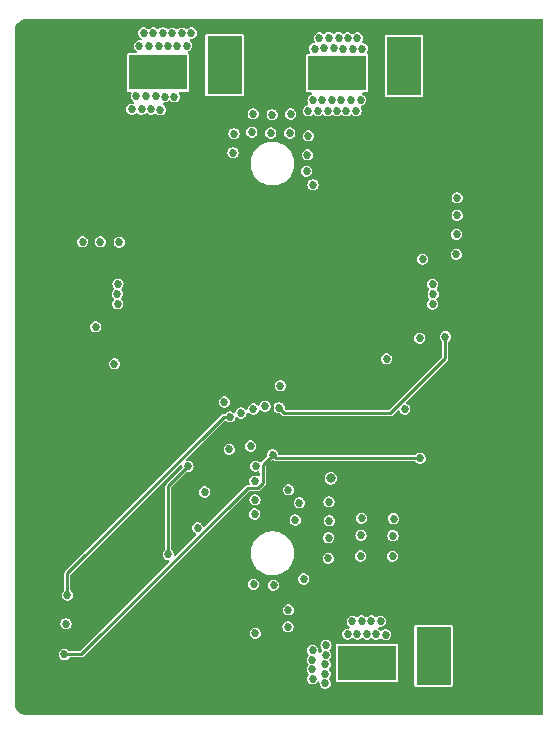
<source format=gbr>
G04 #@! TF.GenerationSoftware,KiCad,Pcbnew,8.0.7*
G04 #@! TF.CreationDate,2025-03-28T00:17:57-04:00*
G04 #@! TF.ProjectId,power_distribution_board,706f7765-725f-4646-9973-747269627574,1*
G04 #@! TF.SameCoordinates,Original*
G04 #@! TF.FileFunction,Copper,L4,Bot*
G04 #@! TF.FilePolarity,Positive*
%FSLAX46Y46*%
G04 Gerber Fmt 4.6, Leading zero omitted, Abs format (unit mm)*
G04 Created by KiCad (PCBNEW 8.0.7) date 2025-03-28 00:17:57*
%MOMM*%
%LPD*%
G01*
G04 APERTURE LIST*
G04 #@! TA.AperFunction,ComponentPad*
%ADD10C,0.800000*%
G04 #@! TD*
G04 #@! TA.AperFunction,ComponentPad*
%ADD11R,3.000000X5.000000*%
G04 #@! TD*
G04 #@! TA.AperFunction,ComponentPad*
%ADD12R,5.000000X3.000000*%
G04 #@! TD*
G04 #@! TA.AperFunction,ViaPad*
%ADD13C,0.685800*%
G04 #@! TD*
G04 #@! TA.AperFunction,Conductor*
%ADD14C,0.254000*%
G04 #@! TD*
G04 APERTURE END LIST*
D10*
X45810000Y-33610000D03*
X45810000Y-40160000D03*
D11*
X36807500Y-5180000D03*
D12*
X31170000Y-5792500D03*
D11*
X54507500Y-55190000D03*
D12*
X48870000Y-55802500D03*
D11*
X51987500Y-5220000D03*
D12*
X46350000Y-5832500D03*
D13*
X35136900Y-41320000D03*
X39245000Y-34290000D03*
X37260000Y-34960000D03*
X23510000Y-50040000D03*
X38200000Y-34630000D03*
X34540000Y-44360000D03*
X55512974Y-28155814D03*
X41430000Y-34180098D03*
X34910000Y-26370000D03*
X45680000Y-21350000D03*
X38060000Y-32070000D03*
X46630000Y-27430000D03*
X42840000Y-16230000D03*
X46980000Y-47610000D03*
X44570000Y-21330000D03*
X42290000Y-25710000D03*
X34960000Y-20320000D03*
X25720000Y-17510000D03*
X45650000Y-27450000D03*
X48440000Y-23270000D03*
X41670000Y-18900000D03*
X35910000Y-26380000D03*
X43030000Y-23920000D03*
X40610000Y-52980000D03*
X28570000Y-17590000D03*
X46660000Y-21330000D03*
X35950000Y-23980000D03*
X45760000Y-19480000D03*
X44260000Y-44470000D03*
X35860000Y-28250000D03*
X46960000Y-46020000D03*
X45670000Y-28370000D03*
X39390000Y-29050000D03*
X41640000Y-22180000D03*
X41500000Y-30050000D03*
X41550000Y-23410000D03*
X45830000Y-23880000D03*
X40310000Y-20230000D03*
X43650000Y-19450000D03*
X44610000Y-26480000D03*
X46660000Y-20370000D03*
X40530000Y-51770000D03*
X44520000Y-22240000D03*
X24240000Y-17510000D03*
X38000000Y-22200000D03*
X45800000Y-25590000D03*
X34990000Y-25460000D03*
X40610000Y-41430000D03*
X38020000Y-21270000D03*
X36790000Y-32766000D03*
X46780000Y-25570000D03*
X49670000Y-46040000D03*
X39360000Y-51400000D03*
X38130000Y-19420000D03*
X40720000Y-39870000D03*
X42400000Y-17970000D03*
X48640000Y-26200000D03*
X41560000Y-26640000D03*
X34910000Y-22190000D03*
X46700000Y-26480000D03*
X40220000Y-22160000D03*
X36040000Y-19420000D03*
X38080000Y-25470000D03*
X48590000Y-27630000D03*
X49710000Y-44290000D03*
X44410000Y-23880000D03*
X37070000Y-20350000D03*
X49690000Y-47630000D03*
X37960000Y-27270000D03*
X43690000Y-25560000D03*
X40140000Y-26620000D03*
X34530000Y-23880000D03*
X39450000Y-25640000D03*
X48620000Y-28900000D03*
X44560000Y-28350000D03*
X37100000Y-25490000D03*
X44240000Y-16220000D03*
X40230000Y-24690000D03*
X45680000Y-20390000D03*
X34930000Y-21260000D03*
X40340000Y-16950000D03*
X36970000Y-28270000D03*
X38050000Y-20330000D03*
X42370000Y-21250000D03*
X41690000Y-16950000D03*
X44570000Y-20370000D03*
X40080000Y-30030000D03*
X40630000Y-43020000D03*
X40150000Y-23450000D03*
X39530000Y-21180000D03*
X39878000Y-31496000D03*
X46610000Y-22240000D03*
X37360000Y-23990000D03*
X44690000Y-25570000D03*
X38000000Y-26380000D03*
X48630000Y-24860000D03*
X36980000Y-27290000D03*
X39560000Y-17900000D03*
X37020000Y-22220000D03*
X35040000Y-19410000D03*
X35930000Y-21270000D03*
X27330000Y-17540000D03*
X45580000Y-16230000D03*
X43570000Y-20360000D03*
X35870000Y-27270000D03*
X43520000Y-22230000D03*
X42230000Y-29120000D03*
X34870000Y-27260000D03*
X45720000Y-26500000D03*
X48570000Y-30220000D03*
X32920000Y-32120000D03*
X40170000Y-28100000D03*
X48400000Y-21850000D03*
X43560000Y-28340000D03*
X46740000Y-19460000D03*
X37020000Y-26400000D03*
X35910000Y-22200000D03*
X48440000Y-20620000D03*
X46650000Y-28350000D03*
X44220000Y-46220000D03*
X38570000Y-23890000D03*
X41660000Y-20230000D03*
X44650000Y-19460000D03*
X41580000Y-24690000D03*
X47040000Y-42830000D03*
X43540000Y-27420000D03*
X47180000Y-23870000D03*
X37040000Y-21290000D03*
X35360000Y-32050000D03*
X40250000Y-18880000D03*
X43610000Y-26470000D03*
X35960000Y-20330000D03*
X49750000Y-42850000D03*
X48580000Y-19150000D03*
X34190000Y-32090000D03*
X37150000Y-19440000D03*
X47000000Y-44270000D03*
X31490000Y-32070000D03*
X43570000Y-21320000D03*
X44540000Y-27430000D03*
X44240000Y-47810000D03*
X44300000Y-43030000D03*
X41520000Y-28100000D03*
X45630000Y-22260000D03*
X37950000Y-28250000D03*
X35990000Y-25470000D03*
X34860000Y-28240000D03*
X44280000Y-41440000D03*
X40880000Y-38150000D03*
X53370000Y-38460000D03*
X23250000Y-55070000D03*
X33720000Y-39150000D03*
X32040000Y-46600000D03*
X40245000Y-34060000D03*
X44277500Y-57120000D03*
X53340000Y-28290000D03*
X37600000Y-10980000D03*
X31750000Y-7840000D03*
X39230000Y-9300000D03*
X51080000Y-45000000D03*
X43907067Y-9028322D03*
X47627500Y-52280000D03*
X47127067Y-9038322D03*
X49237500Y-52240000D03*
X56500000Y-16410000D03*
X45337500Y-56710000D03*
X30407500Y-3540000D03*
X31217500Y-3530000D03*
X50457500Y-53400000D03*
X48857500Y-53340000D03*
X44290000Y-15300000D03*
X44237500Y-55510000D03*
X30160000Y-7820000D03*
X56500000Y-17890000D03*
X39440000Y-39130000D03*
X45670000Y-43740000D03*
X39390000Y-41980000D03*
X25910000Y-27330000D03*
X48330000Y-46730000D03*
X27730000Y-24520000D03*
X39280000Y-49130000D03*
X46077067Y-3758322D03*
X23390000Y-52460000D03*
X56470000Y-19500000D03*
X43146919Y-42224054D03*
X30787500Y-2440000D03*
X45590000Y-46930000D03*
X48047067Y-2858322D03*
X51120000Y-43560000D03*
X45630000Y-45180000D03*
X47237067Y-2868322D03*
X37530000Y-12590000D03*
X42220000Y-41130000D03*
X48327067Y-8118322D03*
X31370000Y-8940000D03*
X50017500Y-52270000D03*
X47947067Y-9038322D03*
X37210000Y-37700000D03*
X40960000Y-49220000D03*
X39370000Y-43180000D03*
X45347500Y-57520000D03*
X48417500Y-52240000D03*
X39420000Y-53280000D03*
X44237500Y-56330000D03*
X45367500Y-55110000D03*
X48410000Y-43540000D03*
X50540100Y-30039902D03*
X54420000Y-23740000D03*
X43760000Y-14160000D03*
X43900000Y-11160000D03*
X48037500Y-53340000D03*
X44447067Y-3768322D03*
X40730000Y-10920000D03*
X27480000Y-30460000D03*
X30970000Y-7810000D03*
X45397500Y-54290000D03*
X46317067Y-9048322D03*
X46697067Y-8128322D03*
X48370000Y-44980000D03*
X56430000Y-21190000D03*
X28960000Y-8920000D03*
X32817500Y-3560000D03*
X27770000Y-25390000D03*
X40840000Y-9370000D03*
X39120000Y-10850000D03*
X44267500Y-54730000D03*
X45650000Y-42150000D03*
X44847067Y-2878322D03*
X32377500Y-2460000D03*
X45337500Y-55890000D03*
X49637500Y-53370000D03*
X44307067Y-8138322D03*
X53570000Y-21600000D03*
X46457067Y-2838322D03*
X29967500Y-2440000D03*
X29340000Y-7820000D03*
X48487067Y-3778322D03*
X31597500Y-2430000D03*
X43520000Y-48680000D03*
X29780000Y-8920000D03*
X26280000Y-20130000D03*
X54470000Y-24550000D03*
X30590000Y-8910000D03*
X27890000Y-20160000D03*
X47507067Y-8118322D03*
X45917067Y-8098322D03*
X29587500Y-3540000D03*
X27780000Y-23710000D03*
X45257067Y-3758322D03*
X41520000Y-32310000D03*
X52070000Y-34300000D03*
X32570000Y-7840000D03*
X42220000Y-51300000D03*
X45097067Y-8098322D03*
X36790000Y-33700000D03*
X31997500Y-3560000D03*
X47227500Y-53350000D03*
X39370000Y-40390000D03*
X46857067Y-3788322D03*
X33197500Y-2460000D03*
X39025000Y-37420000D03*
X42786001Y-43687236D03*
X45637067Y-2838322D03*
X33607500Y-3520000D03*
X34007500Y-2450000D03*
X42410000Y-9310000D03*
X24800000Y-20130000D03*
X45537067Y-9018322D03*
X51040000Y-46750000D03*
X44717067Y-9018322D03*
X42340000Y-10920000D03*
X42180000Y-52740000D03*
X47667067Y-3778322D03*
X54430000Y-25420000D03*
X43830000Y-12770000D03*
D14*
X36390000Y-35320000D02*
X23510000Y-48200000D01*
X23510000Y-48200000D02*
X23510000Y-50040000D01*
X36750000Y-34960000D02*
X37260000Y-34960000D01*
X36390000Y-35320000D02*
X36750000Y-34960000D01*
X41430000Y-34180098D02*
X41879902Y-34630000D01*
X41879902Y-34630000D02*
X50854145Y-34630000D01*
X55512974Y-29971171D02*
X55512974Y-28155814D01*
X50854145Y-34630000D02*
X55512974Y-29971171D01*
X39617245Y-40986900D02*
X38763100Y-40986900D01*
X40036900Y-40567245D02*
X39617245Y-40986900D01*
X24680000Y-55070000D02*
X23250000Y-55070000D01*
X41190000Y-38460000D02*
X40880000Y-38150000D01*
X53370000Y-38460000D02*
X41190000Y-38460000D01*
X40880000Y-38150000D02*
X40036900Y-38993100D01*
X40036900Y-38993100D02*
X40036900Y-40567245D01*
X40880000Y-38150000D02*
X40760000Y-38030000D01*
X38763100Y-40986900D02*
X24680000Y-55070000D01*
X32040000Y-46600000D02*
X32040000Y-40830000D01*
X32040000Y-40830000D02*
X33720000Y-39150000D01*
G04 #@! TA.AperFunction,Conductor*
G36*
X63753039Y-1289685D02*
G01*
X63798794Y-1342489D01*
X63810000Y-1394000D01*
X63810000Y-60074000D01*
X63790315Y-60141039D01*
X63737511Y-60186794D01*
X63686000Y-60198000D01*
X20051527Y-60198000D01*
X20048490Y-60197963D01*
X19962420Y-60195854D01*
X19941266Y-60193508D01*
X19770993Y-60159639D01*
X19747731Y-60152583D01*
X19588745Y-60086728D01*
X19567307Y-60075269D01*
X19424224Y-59979664D01*
X19405434Y-59964243D01*
X19283756Y-59842565D01*
X19268335Y-59823775D01*
X19172730Y-59680692D01*
X19161271Y-59659254D01*
X19095413Y-59500261D01*
X19088362Y-59477013D01*
X19054490Y-59306728D01*
X19052145Y-59285578D01*
X19050037Y-59199509D01*
X19050000Y-59196473D01*
X19050000Y-55070000D01*
X22774763Y-55070000D01*
X22794012Y-55203888D01*
X22794013Y-55203893D01*
X22840571Y-55305838D01*
X22850205Y-55326933D01*
X22850208Y-55326936D01*
X22850209Y-55326938D01*
X22884865Y-55366933D01*
X22938786Y-55429160D01*
X23052579Y-55502291D01*
X23077608Y-55509640D01*
X23182366Y-55540400D01*
X23182367Y-55540400D01*
X23317633Y-55540400D01*
X23421166Y-55510000D01*
X43762263Y-55510000D01*
X43781512Y-55643888D01*
X43781513Y-55643893D01*
X43828071Y-55745838D01*
X43837705Y-55766933D01*
X43837706Y-55766934D01*
X43899976Y-55838797D01*
X43929001Y-55902353D01*
X43919057Y-55971511D01*
X43899976Y-56001203D01*
X43837706Y-56073065D01*
X43837703Y-56073071D01*
X43781513Y-56196106D01*
X43781512Y-56196111D01*
X43762263Y-56330000D01*
X43781512Y-56463888D01*
X43781513Y-56463893D01*
X43828071Y-56565838D01*
X43837705Y-56586933D01*
X43906978Y-56666878D01*
X43936003Y-56730432D01*
X43926060Y-56799591D01*
X43906979Y-56829281D01*
X43877709Y-56863061D01*
X43877703Y-56863071D01*
X43821513Y-56986106D01*
X43821512Y-56986111D01*
X43802263Y-57120000D01*
X43821512Y-57253888D01*
X43821513Y-57253893D01*
X43866432Y-57352248D01*
X43877705Y-57376933D01*
X43877708Y-57376936D01*
X43877709Y-57376938D01*
X43950910Y-57461416D01*
X43966286Y-57479160D01*
X44080079Y-57552291D01*
X44144973Y-57571345D01*
X44209866Y-57590400D01*
X44209867Y-57590400D01*
X44345133Y-57590400D01*
X44474921Y-57552291D01*
X44588714Y-57479160D01*
X44659163Y-57397857D01*
X44717938Y-57360086D01*
X44787808Y-57360086D01*
X44846586Y-57397860D01*
X44875611Y-57461416D01*
X44875611Y-57496707D01*
X44872263Y-57519997D01*
X44872263Y-57519999D01*
X44891512Y-57653888D01*
X44891513Y-57653893D01*
X44938071Y-57755838D01*
X44947705Y-57776933D01*
X44947708Y-57776936D01*
X44947709Y-57776938D01*
X44982856Y-57817500D01*
X45036286Y-57879160D01*
X45150079Y-57952291D01*
X45214973Y-57971345D01*
X45279866Y-57990400D01*
X45279867Y-57990400D01*
X45415133Y-57990400D01*
X45544921Y-57952291D01*
X45658714Y-57879160D01*
X45747295Y-57776933D01*
X45803487Y-57653890D01*
X45822737Y-57520000D01*
X45803487Y-57386110D01*
X45803486Y-57386109D01*
X45803486Y-57386106D01*
X45775391Y-57324588D01*
X45747295Y-57263067D01*
X45684357Y-57190433D01*
X45655331Y-57126878D01*
X45665274Y-57057719D01*
X45684356Y-57028027D01*
X45737295Y-56966933D01*
X45793487Y-56843890D01*
X45812737Y-56710000D01*
X45793487Y-56576110D01*
X45793486Y-56576109D01*
X45793486Y-56576106D01*
X45765391Y-56514588D01*
X45737295Y-56453067D01*
X45675023Y-56381202D01*
X45645998Y-56317648D01*
X45655941Y-56248490D01*
X45675021Y-56218799D01*
X45737295Y-56146933D01*
X45793487Y-56023890D01*
X45812737Y-55890000D01*
X45793487Y-55756110D01*
X45793486Y-55756109D01*
X45793486Y-55756106D01*
X45761334Y-55685705D01*
X45737295Y-55633067D01*
X45707354Y-55598513D01*
X45678328Y-55534958D01*
X45688271Y-55465799D01*
X45707349Y-55436113D01*
X45767295Y-55366933D01*
X45823487Y-55243890D01*
X45842737Y-55110000D01*
X45823487Y-54976110D01*
X45823486Y-54976109D01*
X45823486Y-54976106D01*
X45791334Y-54905705D01*
X45767295Y-54853067D01*
X45720022Y-54798512D01*
X45690998Y-54734957D01*
X45700941Y-54665799D01*
X45720019Y-54636112D01*
X45797295Y-54546933D01*
X45853487Y-54423890D01*
X45872737Y-54290000D01*
X45872729Y-54289941D01*
X46242500Y-54289941D01*
X46242500Y-57315058D01*
X46249898Y-57352249D01*
X46278077Y-57394422D01*
X46320250Y-57422601D01*
X46320252Y-57422602D01*
X46348205Y-57428162D01*
X46357441Y-57430000D01*
X46357442Y-57430000D01*
X51382559Y-57430000D01*
X51389957Y-57428528D01*
X51419748Y-57422602D01*
X51461922Y-57394422D01*
X51490102Y-57352248D01*
X51497500Y-57315058D01*
X51497500Y-54289942D01*
X51490102Y-54252752D01*
X51490101Y-54252750D01*
X51461922Y-54210577D01*
X51419749Y-54182398D01*
X51382559Y-54175000D01*
X51382558Y-54175000D01*
X46357442Y-54175000D01*
X46357441Y-54175000D01*
X46320250Y-54182398D01*
X46278077Y-54210577D01*
X46249898Y-54252750D01*
X46242500Y-54289941D01*
X45872729Y-54289941D01*
X45853487Y-54156110D01*
X45853486Y-54156109D01*
X45853486Y-54156106D01*
X45825391Y-54094588D01*
X45797295Y-54033067D01*
X45708714Y-53930840D01*
X45594921Y-53857709D01*
X45594920Y-53857708D01*
X45594919Y-53857708D01*
X45465134Y-53819600D01*
X45465133Y-53819600D01*
X45329867Y-53819600D01*
X45329866Y-53819600D01*
X45200080Y-53857708D01*
X45086288Y-53930838D01*
X45086283Y-53930842D01*
X44997709Y-54033061D01*
X44997703Y-54033071D01*
X44941513Y-54156106D01*
X44941512Y-54156111D01*
X44922263Y-54290000D01*
X44941512Y-54423888D01*
X44941513Y-54423893D01*
X44963971Y-54473067D01*
X44997705Y-54546933D01*
X45040318Y-54596111D01*
X45044976Y-54601486D01*
X45074001Y-54665042D01*
X45064057Y-54734200D01*
X45044976Y-54763892D01*
X44967700Y-54853072D01*
X44963279Y-54859952D01*
X44910473Y-54905705D01*
X44841314Y-54915645D01*
X44777760Y-54886617D01*
X44739988Y-54827837D01*
X44736229Y-54775263D01*
X44742737Y-54730000D01*
X44723487Y-54596110D01*
X44723486Y-54596109D01*
X44723486Y-54596106D01*
X44695391Y-54534588D01*
X44667295Y-54473067D01*
X44578714Y-54370840D01*
X44464921Y-54297709D01*
X44464920Y-54297708D01*
X44464919Y-54297708D01*
X44335134Y-54259600D01*
X44335133Y-54259600D01*
X44199867Y-54259600D01*
X44199866Y-54259600D01*
X44070080Y-54297708D01*
X43956288Y-54370838D01*
X43956283Y-54370842D01*
X43867709Y-54473061D01*
X43867703Y-54473071D01*
X43811513Y-54596106D01*
X43811512Y-54596111D01*
X43792263Y-54730000D01*
X43811512Y-54863888D01*
X43811513Y-54863893D01*
X43858071Y-54965838D01*
X43867705Y-54986933D01*
X43867706Y-54986934D01*
X43897646Y-55021486D01*
X43926671Y-55085041D01*
X43916728Y-55154200D01*
X43897646Y-55183892D01*
X43837706Y-55253065D01*
X43837703Y-55253071D01*
X43781513Y-55376106D01*
X43781512Y-55376111D01*
X43762263Y-55510000D01*
X23421166Y-55510000D01*
X23447421Y-55502291D01*
X23561214Y-55429160D01*
X23614820Y-55367296D01*
X23673598Y-55329523D01*
X23708532Y-55324500D01*
X24730621Y-55324500D01*
X24730623Y-55324500D01*
X24777393Y-55305127D01*
X24824160Y-55285757D01*
X24824161Y-55285755D01*
X24824163Y-55285755D01*
X26829918Y-53280000D01*
X38944763Y-53280000D01*
X38964012Y-53413888D01*
X38964013Y-53413893D01*
X38995980Y-53483888D01*
X39020205Y-53536933D01*
X39020208Y-53536936D01*
X39020209Y-53536938D01*
X39091825Y-53619587D01*
X39108786Y-53639160D01*
X39222579Y-53712291D01*
X39280020Y-53729157D01*
X39352366Y-53750400D01*
X39352367Y-53750400D01*
X39487633Y-53750400D01*
X39617421Y-53712291D01*
X39731214Y-53639160D01*
X39819795Y-53536933D01*
X39875987Y-53413890D01*
X39885173Y-53350000D01*
X46752263Y-53350000D01*
X46771512Y-53483888D01*
X46771513Y-53483893D01*
X46795739Y-53536938D01*
X46827705Y-53606933D01*
X46827708Y-53606936D01*
X46827709Y-53606938D01*
X46910892Y-53702936D01*
X46916286Y-53709160D01*
X47030079Y-53782291D01*
X47094973Y-53801345D01*
X47159866Y-53820400D01*
X47159867Y-53820400D01*
X47295133Y-53820400D01*
X47424921Y-53782291D01*
X47538714Y-53709160D01*
X47543118Y-53704077D01*
X47601894Y-53666302D01*
X47671764Y-53666300D01*
X47717541Y-53695713D01*
X47719586Y-53693354D01*
X47726283Y-53699157D01*
X47726286Y-53699160D01*
X47840079Y-53772291D01*
X47904973Y-53791345D01*
X47969866Y-53810400D01*
X47969867Y-53810400D01*
X48105133Y-53810400D01*
X48234921Y-53772291D01*
X48348714Y-53699160D01*
X48353786Y-53693305D01*
X48412562Y-53655531D01*
X48482432Y-53655529D01*
X48541208Y-53693300D01*
X48546286Y-53699160D01*
X48660079Y-53772291D01*
X48724973Y-53791345D01*
X48789866Y-53810400D01*
X48789867Y-53810400D01*
X48925133Y-53810400D01*
X49054921Y-53772291D01*
X49162840Y-53702934D01*
X49229876Y-53683251D01*
X49296915Y-53702935D01*
X49323589Y-53726048D01*
X49326286Y-53729160D01*
X49440079Y-53802291D01*
X49467696Y-53810400D01*
X49569866Y-53840400D01*
X49569867Y-53840400D01*
X49705133Y-53840400D01*
X49834921Y-53802291D01*
X49948714Y-53729160D01*
X49948719Y-53729153D01*
X49952995Y-53725450D01*
X50016549Y-53696423D01*
X50085708Y-53706364D01*
X50127912Y-53737955D01*
X50146286Y-53759160D01*
X50146287Y-53759161D01*
X50182278Y-53782291D01*
X50260079Y-53832291D01*
X50287696Y-53840400D01*
X50389866Y-53870400D01*
X50389867Y-53870400D01*
X50525133Y-53870400D01*
X50654921Y-53832291D01*
X50768714Y-53759160D01*
X50857295Y-53656933D01*
X50912095Y-53536938D01*
X50913486Y-53533893D01*
X50913487Y-53533888D01*
X50920675Y-53483893D01*
X50932737Y-53400000D01*
X50913487Y-53266110D01*
X50913486Y-53266109D01*
X50913486Y-53266106D01*
X50860649Y-53150412D01*
X50857295Y-53143067D01*
X50831300Y-53113067D01*
X50768716Y-53040842D01*
X50768711Y-53040838D01*
X50741050Y-53023061D01*
X50654921Y-52967709D01*
X50654920Y-52967708D01*
X50654919Y-52967708D01*
X50525134Y-52929600D01*
X50525133Y-52929600D01*
X50389867Y-52929600D01*
X50389866Y-52929600D01*
X50260080Y-52967708D01*
X50146284Y-53040840D01*
X50141995Y-53044557D01*
X50078438Y-53073578D01*
X50009280Y-53063630D01*
X49967087Y-53032043D01*
X49948714Y-53010840D01*
X49948711Y-53010838D01*
X49948712Y-53010838D01*
X49883167Y-52968715D01*
X49837413Y-52915911D01*
X49827469Y-52846753D01*
X49856494Y-52783197D01*
X49915272Y-52745423D01*
X49950207Y-52740400D01*
X50085133Y-52740400D01*
X50214921Y-52702291D01*
X50253588Y-52677441D01*
X52880000Y-52677441D01*
X52880000Y-57702558D01*
X52887398Y-57739749D01*
X52915577Y-57781922D01*
X52957750Y-57810101D01*
X52957752Y-57810102D01*
X52985705Y-57815662D01*
X52994941Y-57817500D01*
X52994942Y-57817500D01*
X56020059Y-57817500D01*
X56027457Y-57816028D01*
X56057248Y-57810102D01*
X56099422Y-57781922D01*
X56127602Y-57739748D01*
X56135000Y-57702558D01*
X56135000Y-52677442D01*
X56127602Y-52640252D01*
X56126873Y-52639161D01*
X56099422Y-52598077D01*
X56057249Y-52569898D01*
X56020059Y-52562500D01*
X56020058Y-52562500D01*
X52994942Y-52562500D01*
X52994941Y-52562500D01*
X52957750Y-52569898D01*
X52915577Y-52598077D01*
X52887398Y-52640250D01*
X52880000Y-52677441D01*
X50253588Y-52677441D01*
X50328714Y-52629160D01*
X50417295Y-52526933D01*
X50473487Y-52403890D01*
X50492737Y-52270000D01*
X50473487Y-52136110D01*
X50473486Y-52136109D01*
X50473486Y-52136106D01*
X50445391Y-52074588D01*
X50417295Y-52013067D01*
X50391300Y-51983067D01*
X50328716Y-51910842D01*
X50328711Y-51910838D01*
X50303293Y-51894503D01*
X50214921Y-51837709D01*
X50214920Y-51837708D01*
X50214919Y-51837708D01*
X50085134Y-51799600D01*
X50085133Y-51799600D01*
X49949867Y-51799600D01*
X49949866Y-51799600D01*
X49820079Y-51837708D01*
X49712162Y-51907063D01*
X49645122Y-51926748D01*
X49578083Y-51907063D01*
X49551411Y-51883953D01*
X49548714Y-51880840D01*
X49434921Y-51807709D01*
X49434920Y-51807708D01*
X49434919Y-51807708D01*
X49305134Y-51769600D01*
X49305133Y-51769600D01*
X49169867Y-51769600D01*
X49169866Y-51769600D01*
X49040080Y-51807708D01*
X48926288Y-51880838D01*
X48926286Y-51880839D01*
X48921212Y-51886696D01*
X48862433Y-51924470D01*
X48792564Y-51924469D01*
X48733788Y-51886696D01*
X48731409Y-51883951D01*
X48728714Y-51880840D01*
X48728713Y-51880839D01*
X48728711Y-51880838D01*
X48705783Y-51866103D01*
X48614921Y-51807709D01*
X48614920Y-51807708D01*
X48614919Y-51807708D01*
X48485134Y-51769600D01*
X48485133Y-51769600D01*
X48349867Y-51769600D01*
X48349866Y-51769600D01*
X48220080Y-51807708D01*
X48106288Y-51880838D01*
X48106286Y-51880839D01*
X48094447Y-51894503D01*
X48035668Y-51932277D01*
X47965799Y-51932276D01*
X47933695Y-51917614D01*
X47824919Y-51847708D01*
X47695134Y-51809600D01*
X47695133Y-51809600D01*
X47559867Y-51809600D01*
X47559866Y-51809600D01*
X47430080Y-51847708D01*
X47316288Y-51920838D01*
X47316283Y-51920842D01*
X47227709Y-52023061D01*
X47227703Y-52023071D01*
X47171513Y-52146106D01*
X47171512Y-52146111D01*
X47152263Y-52280000D01*
X47171512Y-52413888D01*
X47171513Y-52413893D01*
X47218071Y-52515838D01*
X47227705Y-52536933D01*
X47227708Y-52536936D01*
X47227709Y-52536938D01*
X47307621Y-52629161D01*
X47316286Y-52639160D01*
X47323654Y-52643895D01*
X47335152Y-52651285D01*
X47380907Y-52704089D01*
X47390850Y-52773248D01*
X47361824Y-52836804D01*
X47303046Y-52874577D01*
X47268112Y-52879600D01*
X47159866Y-52879600D01*
X47030080Y-52917708D01*
X46916288Y-52990838D01*
X46916283Y-52990842D01*
X46827709Y-53093061D01*
X46827703Y-53093071D01*
X46771513Y-53216106D01*
X46771512Y-53216111D01*
X46752263Y-53350000D01*
X39885173Y-53350000D01*
X39895237Y-53280000D01*
X39875987Y-53146110D01*
X39875986Y-53146109D01*
X39875986Y-53146106D01*
X39842863Y-53073578D01*
X39819795Y-53023067D01*
X39809200Y-53010840D01*
X39731216Y-52920842D01*
X39731211Y-52920838D01*
X39659228Y-52874577D01*
X39617421Y-52847709D01*
X39617420Y-52847708D01*
X39617419Y-52847708D01*
X39487634Y-52809600D01*
X39487633Y-52809600D01*
X39352367Y-52809600D01*
X39352366Y-52809600D01*
X39222580Y-52847708D01*
X39108788Y-52920838D01*
X39108783Y-52920842D01*
X39020209Y-53023061D01*
X39020203Y-53023071D01*
X38964013Y-53146106D01*
X38964012Y-53146111D01*
X38944763Y-53280000D01*
X26829918Y-53280000D01*
X27369918Y-52740000D01*
X41704763Y-52740000D01*
X41724012Y-52873888D01*
X41724013Y-52873893D01*
X41766858Y-52967708D01*
X41780205Y-52996933D01*
X41780208Y-52996936D01*
X41780209Y-52996938D01*
X41863509Y-53093071D01*
X41868786Y-53099160D01*
X41982579Y-53172291D01*
X42047473Y-53191345D01*
X42112366Y-53210400D01*
X42112367Y-53210400D01*
X42247633Y-53210400D01*
X42377421Y-53172291D01*
X42491214Y-53099160D01*
X42579795Y-52996933D01*
X42630497Y-52885911D01*
X42635986Y-52873893D01*
X42635987Y-52873888D01*
X42655237Y-52740000D01*
X42635987Y-52606110D01*
X42635986Y-52606109D01*
X42635986Y-52606106D01*
X42604395Y-52536933D01*
X42579795Y-52483067D01*
X42511187Y-52403890D01*
X42491216Y-52380842D01*
X42491211Y-52380838D01*
X42377419Y-52307708D01*
X42247634Y-52269600D01*
X42247633Y-52269600D01*
X42112367Y-52269600D01*
X42112366Y-52269600D01*
X41982580Y-52307708D01*
X41868788Y-52380838D01*
X41868783Y-52380842D01*
X41780209Y-52483061D01*
X41780203Y-52483071D01*
X41724013Y-52606106D01*
X41724012Y-52606111D01*
X41704763Y-52740000D01*
X27369918Y-52740000D01*
X28809918Y-51300000D01*
X41744763Y-51300000D01*
X41764012Y-51433888D01*
X41764013Y-51433893D01*
X41810571Y-51535838D01*
X41820205Y-51556933D01*
X41908786Y-51659160D01*
X42022579Y-51732291D01*
X42087473Y-51751345D01*
X42152366Y-51770400D01*
X42152367Y-51770400D01*
X42287633Y-51770400D01*
X42417421Y-51732291D01*
X42531214Y-51659160D01*
X42619795Y-51556933D01*
X42675987Y-51433890D01*
X42695237Y-51300000D01*
X42675987Y-51166110D01*
X42675986Y-51166109D01*
X42675986Y-51166106D01*
X42647891Y-51104588D01*
X42619795Y-51043067D01*
X42531214Y-50940840D01*
X42417421Y-50867709D01*
X42417420Y-50867708D01*
X42417419Y-50867708D01*
X42287634Y-50829600D01*
X42287633Y-50829600D01*
X42152367Y-50829600D01*
X42152366Y-50829600D01*
X42022580Y-50867708D01*
X41908788Y-50940838D01*
X41908783Y-50940842D01*
X41820209Y-51043061D01*
X41820203Y-51043071D01*
X41764013Y-51166106D01*
X41764012Y-51166111D01*
X41744763Y-51300000D01*
X28809918Y-51300000D01*
X30979918Y-49130000D01*
X38804763Y-49130000D01*
X38824012Y-49263888D01*
X38824013Y-49263893D01*
X38865114Y-49353888D01*
X38880205Y-49386933D01*
X38880208Y-49386936D01*
X38880209Y-49386938D01*
X38958186Y-49476928D01*
X38968786Y-49489160D01*
X39082579Y-49562291D01*
X39131594Y-49576683D01*
X39212366Y-49600400D01*
X39212367Y-49600400D01*
X39347633Y-49600400D01*
X39477421Y-49562291D01*
X39591214Y-49489160D01*
X39679795Y-49386933D01*
X39735987Y-49263890D01*
X39742297Y-49220000D01*
X40484763Y-49220000D01*
X40504012Y-49353888D01*
X40504013Y-49353893D01*
X40550571Y-49455838D01*
X40560205Y-49476933D01*
X40560208Y-49476936D01*
X40560209Y-49476938D01*
X40646639Y-49576683D01*
X40648786Y-49579160D01*
X40762579Y-49652291D01*
X40827473Y-49671345D01*
X40892366Y-49690400D01*
X40892367Y-49690400D01*
X41027633Y-49690400D01*
X41157421Y-49652291D01*
X41271214Y-49579160D01*
X41359795Y-49476933D01*
X41415987Y-49353890D01*
X41435237Y-49220000D01*
X41415987Y-49086110D01*
X41415986Y-49086109D01*
X41415986Y-49086106D01*
X41387891Y-49024588D01*
X41359795Y-48963067D01*
X41337145Y-48936928D01*
X41271216Y-48860842D01*
X41271211Y-48860838D01*
X41248283Y-48846103D01*
X41157421Y-48787709D01*
X41157420Y-48787708D01*
X41157419Y-48787708D01*
X41027634Y-48749600D01*
X41027633Y-48749600D01*
X40892367Y-48749600D01*
X40892366Y-48749600D01*
X40762580Y-48787708D01*
X40648788Y-48860838D01*
X40648783Y-48860842D01*
X40560209Y-48963061D01*
X40560203Y-48963071D01*
X40504013Y-49086106D01*
X40504012Y-49086111D01*
X40484763Y-49220000D01*
X39742297Y-49220000D01*
X39755237Y-49130000D01*
X39735987Y-48996110D01*
X39735986Y-48996109D01*
X39735986Y-48996106D01*
X39707891Y-48934588D01*
X39679795Y-48873067D01*
X39669200Y-48860840D01*
X39591216Y-48770842D01*
X39591211Y-48770838D01*
X39477419Y-48697708D01*
X39417111Y-48680000D01*
X43044763Y-48680000D01*
X43064012Y-48813888D01*
X43064013Y-48813893D01*
X43091038Y-48873067D01*
X43120205Y-48936933D01*
X43120208Y-48936936D01*
X43120209Y-48936938D01*
X43171482Y-48996110D01*
X43208786Y-49039160D01*
X43322579Y-49112291D01*
X43382891Y-49130000D01*
X43452366Y-49150400D01*
X43452367Y-49150400D01*
X43587633Y-49150400D01*
X43717421Y-49112291D01*
X43831214Y-49039160D01*
X43919795Y-48936933D01*
X43975987Y-48813890D01*
X43995237Y-48680000D01*
X43975987Y-48546110D01*
X43975986Y-48546109D01*
X43975986Y-48546106D01*
X43947891Y-48484588D01*
X43919795Y-48423067D01*
X43919790Y-48423061D01*
X43831216Y-48320842D01*
X43831211Y-48320838D01*
X43730406Y-48256054D01*
X43717421Y-48247709D01*
X43717420Y-48247708D01*
X43717419Y-48247708D01*
X43587634Y-48209600D01*
X43587633Y-48209600D01*
X43452367Y-48209600D01*
X43452366Y-48209600D01*
X43322580Y-48247708D01*
X43208788Y-48320838D01*
X43208783Y-48320842D01*
X43120209Y-48423061D01*
X43120203Y-48423071D01*
X43064013Y-48546106D01*
X43064012Y-48546111D01*
X43044763Y-48680000D01*
X39417111Y-48680000D01*
X39347634Y-48659600D01*
X39347633Y-48659600D01*
X39212367Y-48659600D01*
X39212366Y-48659600D01*
X39082580Y-48697708D01*
X38968788Y-48770838D01*
X38968783Y-48770842D01*
X38880209Y-48873061D01*
X38880203Y-48873071D01*
X38824013Y-48996106D01*
X38824012Y-48996111D01*
X38804763Y-49130000D01*
X30979918Y-49130000D01*
X33731207Y-46378711D01*
X39009500Y-46378711D01*
X39009500Y-46621288D01*
X39040522Y-46856933D01*
X39041162Y-46861789D01*
X39047084Y-46883890D01*
X39103947Y-47096104D01*
X39183914Y-47289160D01*
X39196776Y-47320212D01*
X39318064Y-47530289D01*
X39318066Y-47530292D01*
X39318067Y-47530293D01*
X39465733Y-47722736D01*
X39465739Y-47722743D01*
X39637256Y-47894260D01*
X39637262Y-47894265D01*
X39829711Y-48041936D01*
X40039788Y-48163224D01*
X40263900Y-48256054D01*
X40498211Y-48318838D01*
X40678586Y-48342584D01*
X40738711Y-48350500D01*
X40738712Y-48350500D01*
X40981289Y-48350500D01*
X41029388Y-48344167D01*
X41221789Y-48318838D01*
X41456100Y-48256054D01*
X41680212Y-48163224D01*
X41890289Y-48041936D01*
X42082738Y-47894265D01*
X42254265Y-47722738D01*
X42401936Y-47530289D01*
X42523224Y-47320212D01*
X42616054Y-47096100D01*
X42660561Y-46930000D01*
X45114763Y-46930000D01*
X45134012Y-47063888D01*
X45134013Y-47063893D01*
X45178951Y-47162291D01*
X45190205Y-47186933D01*
X45190208Y-47186936D01*
X45190209Y-47186938D01*
X45267038Y-47275603D01*
X45278786Y-47289160D01*
X45392579Y-47362291D01*
X45457473Y-47381345D01*
X45522366Y-47400400D01*
X45522367Y-47400400D01*
X45657633Y-47400400D01*
X45787421Y-47362291D01*
X45901214Y-47289160D01*
X45989795Y-47186933D01*
X46045987Y-47063890D01*
X46065237Y-46930000D01*
X46045987Y-46796110D01*
X46045986Y-46796109D01*
X46045986Y-46796106D01*
X46015795Y-46730000D01*
X47854763Y-46730000D01*
X47874012Y-46863888D01*
X47874013Y-46863893D01*
X47917520Y-46959157D01*
X47930205Y-46986933D01*
X47930208Y-46986936D01*
X47930209Y-46986938D01*
X47996891Y-47063893D01*
X48018786Y-47089160D01*
X48132579Y-47162291D01*
X48197473Y-47181345D01*
X48262366Y-47200400D01*
X48262367Y-47200400D01*
X48397633Y-47200400D01*
X48527421Y-47162291D01*
X48641214Y-47089160D01*
X48729795Y-46986933D01*
X48785987Y-46863890D01*
X48802362Y-46750000D01*
X50564763Y-46750000D01*
X50584012Y-46883888D01*
X50584013Y-46883893D01*
X50618388Y-46959161D01*
X50640205Y-47006933D01*
X50640208Y-47006936D01*
X50640209Y-47006938D01*
X50717472Y-47096104D01*
X50728786Y-47109160D01*
X50842579Y-47182291D01*
X50904253Y-47200400D01*
X50972366Y-47220400D01*
X50972367Y-47220400D01*
X51107633Y-47220400D01*
X51237421Y-47182291D01*
X51351214Y-47109160D01*
X51439795Y-47006933D01*
X51495987Y-46883890D01*
X51515237Y-46750000D01*
X51495987Y-46616110D01*
X51495986Y-46616109D01*
X51495986Y-46616106D01*
X51467891Y-46554588D01*
X51439795Y-46493067D01*
X51416437Y-46466111D01*
X51351216Y-46390842D01*
X51351211Y-46390838D01*
X51320091Y-46370838D01*
X51237421Y-46317709D01*
X51237420Y-46317708D01*
X51237419Y-46317708D01*
X51107634Y-46279600D01*
X51107633Y-46279600D01*
X50972367Y-46279600D01*
X50972366Y-46279600D01*
X50842580Y-46317708D01*
X50728788Y-46390838D01*
X50728783Y-46390842D01*
X50640209Y-46493061D01*
X50640203Y-46493071D01*
X50584013Y-46616106D01*
X50584012Y-46616111D01*
X50564763Y-46750000D01*
X48802362Y-46750000D01*
X48805237Y-46730000D01*
X48785987Y-46596110D01*
X48785986Y-46596109D01*
X48785986Y-46596106D01*
X48757891Y-46534588D01*
X48729795Y-46473067D01*
X48658546Y-46390842D01*
X48641216Y-46370842D01*
X48641211Y-46370838D01*
X48558541Y-46317709D01*
X48527421Y-46297709D01*
X48527420Y-46297708D01*
X48527419Y-46297708D01*
X48397634Y-46259600D01*
X48397633Y-46259600D01*
X48262367Y-46259600D01*
X48262366Y-46259600D01*
X48132580Y-46297708D01*
X48018788Y-46370838D01*
X48018783Y-46370842D01*
X47930209Y-46473061D01*
X47930203Y-46473071D01*
X47874013Y-46596106D01*
X47874012Y-46596111D01*
X47854763Y-46730000D01*
X46015795Y-46730000D01*
X45989795Y-46673067D01*
X45989790Y-46673061D01*
X45901216Y-46570842D01*
X45901211Y-46570838D01*
X45787419Y-46497708D01*
X45657634Y-46459600D01*
X45657633Y-46459600D01*
X45522367Y-46459600D01*
X45522366Y-46459600D01*
X45392580Y-46497708D01*
X45278788Y-46570838D01*
X45278783Y-46570842D01*
X45190209Y-46673061D01*
X45190203Y-46673071D01*
X45134013Y-46796106D01*
X45134012Y-46796111D01*
X45114763Y-46930000D01*
X42660561Y-46930000D01*
X42678838Y-46861789D01*
X42710500Y-46621288D01*
X42710500Y-46378712D01*
X42709463Y-46370838D01*
X42692349Y-46240840D01*
X42678838Y-46138211D01*
X42616054Y-45903900D01*
X42523224Y-45679788D01*
X42401936Y-45469711D01*
X42254265Y-45277262D01*
X42254260Y-45277256D01*
X42157004Y-45180000D01*
X45154763Y-45180000D01*
X45174012Y-45313888D01*
X45174013Y-45313893D01*
X45218951Y-45412291D01*
X45230205Y-45436933D01*
X45230208Y-45436936D01*
X45230209Y-45436938D01*
X45259204Y-45470400D01*
X45318786Y-45539160D01*
X45432579Y-45612291D01*
X45497473Y-45631345D01*
X45562366Y-45650400D01*
X45562367Y-45650400D01*
X45697633Y-45650400D01*
X45827421Y-45612291D01*
X45941214Y-45539160D01*
X46029795Y-45436933D01*
X46085987Y-45313890D01*
X46105237Y-45180000D01*
X46085987Y-45046110D01*
X46085986Y-45046109D01*
X46085986Y-45046106D01*
X46055796Y-44980000D01*
X47894763Y-44980000D01*
X47914012Y-45113888D01*
X47914013Y-45113893D01*
X47960571Y-45215838D01*
X47970205Y-45236933D01*
X47970208Y-45236936D01*
X47970209Y-45236938D01*
X48036891Y-45313893D01*
X48058786Y-45339160D01*
X48172579Y-45412291D01*
X48237473Y-45431345D01*
X48302366Y-45450400D01*
X48302367Y-45450400D01*
X48437633Y-45450400D01*
X48567421Y-45412291D01*
X48681214Y-45339160D01*
X48769795Y-45236933D01*
X48825987Y-45113890D01*
X48842362Y-45000000D01*
X50604763Y-45000000D01*
X50624012Y-45133888D01*
X50624013Y-45133893D01*
X50670571Y-45235838D01*
X50680205Y-45256933D01*
X50680208Y-45256936D01*
X50680209Y-45256938D01*
X50751456Y-45339161D01*
X50768786Y-45359160D01*
X50882579Y-45432291D01*
X50944253Y-45450400D01*
X51012366Y-45470400D01*
X51012367Y-45470400D01*
X51147633Y-45470400D01*
X51277421Y-45432291D01*
X51391214Y-45359160D01*
X51479795Y-45256933D01*
X51535987Y-45133890D01*
X51555237Y-45000000D01*
X51535987Y-44866110D01*
X51535986Y-44866109D01*
X51535986Y-44866106D01*
X51507891Y-44804588D01*
X51479795Y-44743067D01*
X51459077Y-44719157D01*
X51391216Y-44640842D01*
X51391211Y-44640838D01*
X51354014Y-44616933D01*
X51277421Y-44567709D01*
X51277420Y-44567708D01*
X51277419Y-44567708D01*
X51147634Y-44529600D01*
X51147633Y-44529600D01*
X51012367Y-44529600D01*
X51012366Y-44529600D01*
X50882580Y-44567708D01*
X50768788Y-44640838D01*
X50768783Y-44640842D01*
X50680209Y-44743061D01*
X50680203Y-44743071D01*
X50624013Y-44866106D01*
X50624012Y-44866111D01*
X50604763Y-45000000D01*
X48842362Y-45000000D01*
X48845237Y-44980000D01*
X48825987Y-44846110D01*
X48825986Y-44846109D01*
X48825986Y-44846106D01*
X48797891Y-44784588D01*
X48769795Y-44723067D01*
X48769790Y-44723061D01*
X48681216Y-44620842D01*
X48681211Y-44620838D01*
X48598541Y-44567709D01*
X48567421Y-44547709D01*
X48567420Y-44547708D01*
X48567419Y-44547708D01*
X48437634Y-44509600D01*
X48437633Y-44509600D01*
X48302367Y-44509600D01*
X48302366Y-44509600D01*
X48172580Y-44547708D01*
X48058788Y-44620838D01*
X48058783Y-44620842D01*
X47970209Y-44723061D01*
X47970203Y-44723071D01*
X47914013Y-44846106D01*
X47914012Y-44846111D01*
X47894763Y-44980000D01*
X46055796Y-44980000D01*
X46045779Y-44958067D01*
X46029795Y-44923067D01*
X45963111Y-44846110D01*
X45941216Y-44820842D01*
X45941211Y-44820838D01*
X45827419Y-44747708D01*
X45697634Y-44709600D01*
X45697633Y-44709600D01*
X45562367Y-44709600D01*
X45562366Y-44709600D01*
X45432580Y-44747708D01*
X45318788Y-44820838D01*
X45318783Y-44820842D01*
X45230209Y-44923061D01*
X45230203Y-44923071D01*
X45174013Y-45046106D01*
X45174012Y-45046111D01*
X45154763Y-45180000D01*
X42157004Y-45180000D01*
X42082743Y-45105739D01*
X42082736Y-45105733D01*
X41890293Y-44958067D01*
X41890292Y-44958066D01*
X41890289Y-44958064D01*
X41680212Y-44836776D01*
X41664819Y-44830400D01*
X41456104Y-44743947D01*
X41221785Y-44681161D01*
X40981289Y-44649500D01*
X40981288Y-44649500D01*
X40738712Y-44649500D01*
X40738711Y-44649500D01*
X40498214Y-44681161D01*
X40263895Y-44743947D01*
X40039794Y-44836773D01*
X40039785Y-44836777D01*
X39829706Y-44958067D01*
X39637263Y-45105733D01*
X39637256Y-45105739D01*
X39465739Y-45277256D01*
X39465733Y-45277263D01*
X39318067Y-45469706D01*
X39196777Y-45679785D01*
X39196773Y-45679794D01*
X39103947Y-45903895D01*
X39041161Y-46138214D01*
X39009500Y-46378711D01*
X33731207Y-46378711D01*
X36422682Y-43687236D01*
X42310764Y-43687236D01*
X42330013Y-43821124D01*
X42330014Y-43821129D01*
X42365651Y-43899160D01*
X42386206Y-43944169D01*
X42386209Y-43944172D01*
X42386210Y-43944174D01*
X42431926Y-43996933D01*
X42474787Y-44046396D01*
X42588580Y-44119527D01*
X42653474Y-44138581D01*
X42718367Y-44157636D01*
X42718368Y-44157636D01*
X42853634Y-44157636D01*
X42983422Y-44119527D01*
X43097215Y-44046396D01*
X43185796Y-43944169D01*
X43241988Y-43821126D01*
X43253652Y-43740000D01*
X45194763Y-43740000D01*
X45214012Y-43873888D01*
X45214013Y-43873893D01*
X45258951Y-43972291D01*
X45270205Y-43996933D01*
X45270208Y-43996936D01*
X45270209Y-43996938D01*
X45313062Y-44046393D01*
X45358786Y-44099160D01*
X45472579Y-44172291D01*
X45537473Y-44191345D01*
X45602366Y-44210400D01*
X45602367Y-44210400D01*
X45737633Y-44210400D01*
X45867421Y-44172291D01*
X45981214Y-44099160D01*
X46069795Y-43996933D01*
X46114448Y-43899157D01*
X46125986Y-43873893D01*
X46125987Y-43873888D01*
X46145237Y-43740000D01*
X46125987Y-43606110D01*
X46125986Y-43606109D01*
X46125986Y-43606106D01*
X46095796Y-43540000D01*
X47934763Y-43540000D01*
X47954012Y-43673888D01*
X47954013Y-43673893D01*
X48000571Y-43775838D01*
X48010205Y-43796933D01*
X48010208Y-43796936D01*
X48010209Y-43796938D01*
X48076891Y-43873893D01*
X48098786Y-43899160D01*
X48212579Y-43972291D01*
X48277473Y-43991345D01*
X48342366Y-44010400D01*
X48342367Y-44010400D01*
X48477633Y-44010400D01*
X48607421Y-43972291D01*
X48721214Y-43899160D01*
X48809795Y-43796933D01*
X48865987Y-43673890D01*
X48882362Y-43560000D01*
X50644763Y-43560000D01*
X50664012Y-43693888D01*
X50664013Y-43693893D01*
X50710571Y-43795838D01*
X50720205Y-43816933D01*
X50720208Y-43816936D01*
X50720209Y-43816938D01*
X50791456Y-43899161D01*
X50808786Y-43919160D01*
X50922579Y-43992291D01*
X50984253Y-44010400D01*
X51052366Y-44030400D01*
X51052367Y-44030400D01*
X51187633Y-44030400D01*
X51317421Y-43992291D01*
X51431214Y-43919160D01*
X51519795Y-43816933D01*
X51575987Y-43693890D01*
X51595237Y-43560000D01*
X51575987Y-43426110D01*
X51575986Y-43426109D01*
X51575986Y-43426106D01*
X51531215Y-43328074D01*
X51519795Y-43303067D01*
X51502460Y-43283061D01*
X51431216Y-43200842D01*
X51431211Y-43200838D01*
X51317419Y-43127708D01*
X51187634Y-43089600D01*
X51187633Y-43089600D01*
X51052367Y-43089600D01*
X51052366Y-43089600D01*
X50922580Y-43127708D01*
X50808788Y-43200838D01*
X50808783Y-43200842D01*
X50720209Y-43303061D01*
X50720203Y-43303071D01*
X50664013Y-43426106D01*
X50664012Y-43426111D01*
X50644763Y-43560000D01*
X48882362Y-43560000D01*
X48885237Y-43540000D01*
X48865987Y-43406110D01*
X48865986Y-43406109D01*
X48865986Y-43406106D01*
X48830349Y-43328074D01*
X48809795Y-43283067D01*
X48738546Y-43200842D01*
X48721216Y-43180842D01*
X48721211Y-43180838D01*
X48638541Y-43127709D01*
X48607421Y-43107709D01*
X48607420Y-43107708D01*
X48607419Y-43107708D01*
X48477634Y-43069600D01*
X48477633Y-43069600D01*
X48342367Y-43069600D01*
X48342366Y-43069600D01*
X48212580Y-43107708D01*
X48098788Y-43180838D01*
X48098783Y-43180842D01*
X48010209Y-43283061D01*
X48010203Y-43283071D01*
X47954013Y-43406106D01*
X47954012Y-43406111D01*
X47934763Y-43540000D01*
X46095796Y-43540000D01*
X46095412Y-43539160D01*
X46069795Y-43483067D01*
X46029824Y-43436938D01*
X45981216Y-43380842D01*
X45981211Y-43380838D01*
X45877043Y-43313893D01*
X45867421Y-43307709D01*
X45867420Y-43307708D01*
X45867419Y-43307708D01*
X45737634Y-43269600D01*
X45737633Y-43269600D01*
X45602367Y-43269600D01*
X45602366Y-43269600D01*
X45472580Y-43307708D01*
X45358788Y-43380838D01*
X45358783Y-43380842D01*
X45270209Y-43483061D01*
X45270203Y-43483071D01*
X45214013Y-43606106D01*
X45214012Y-43606111D01*
X45194763Y-43740000D01*
X43253652Y-43740000D01*
X43261238Y-43687236D01*
X43241988Y-43553346D01*
X43241987Y-43553345D01*
X43241987Y-43553342D01*
X43209894Y-43483071D01*
X43185796Y-43430303D01*
X43182159Y-43426106D01*
X43097217Y-43328078D01*
X43097212Y-43328074D01*
X43058291Y-43303061D01*
X42983422Y-43254945D01*
X42983421Y-43254944D01*
X42983420Y-43254944D01*
X42853635Y-43216836D01*
X42853634Y-43216836D01*
X42718368Y-43216836D01*
X42718367Y-43216836D01*
X42588581Y-43254944D01*
X42474789Y-43328074D01*
X42474784Y-43328078D01*
X42386210Y-43430297D01*
X42386204Y-43430307D01*
X42330014Y-43553342D01*
X42330013Y-43553347D01*
X42310764Y-43687236D01*
X36422682Y-43687236D01*
X36929918Y-43180000D01*
X38894763Y-43180000D01*
X38914012Y-43313888D01*
X38914013Y-43313893D01*
X38956129Y-43406111D01*
X38970205Y-43436933D01*
X38970208Y-43436936D01*
X38970209Y-43436938D01*
X39010180Y-43483067D01*
X39058786Y-43539160D01*
X39172579Y-43612291D01*
X39237473Y-43631345D01*
X39302366Y-43650400D01*
X39302367Y-43650400D01*
X39437633Y-43650400D01*
X39567421Y-43612291D01*
X39681214Y-43539160D01*
X39769795Y-43436933D01*
X39819508Y-43328078D01*
X39825986Y-43313893D01*
X39825987Y-43313888D01*
X39845237Y-43180000D01*
X39825987Y-43046110D01*
X39825986Y-43046109D01*
X39825986Y-43046106D01*
X39797891Y-42984588D01*
X39769795Y-42923067D01*
X39681214Y-42820840D01*
X39567421Y-42747709D01*
X39567420Y-42747708D01*
X39567419Y-42747708D01*
X39437634Y-42709600D01*
X39437633Y-42709600D01*
X39302367Y-42709600D01*
X39302366Y-42709600D01*
X39172580Y-42747708D01*
X39058788Y-42820838D01*
X39058783Y-42820842D01*
X38970209Y-42923061D01*
X38970203Y-42923071D01*
X38914013Y-43046106D01*
X38914012Y-43046111D01*
X38894763Y-43180000D01*
X36929918Y-43180000D01*
X38129918Y-41980000D01*
X38914763Y-41980000D01*
X38934012Y-42113888D01*
X38934013Y-42113893D01*
X38980571Y-42215838D01*
X38990205Y-42236933D01*
X38990208Y-42236936D01*
X38990209Y-42236938D01*
X39030893Y-42283890D01*
X39078786Y-42339160D01*
X39192579Y-42412291D01*
X39257473Y-42431345D01*
X39322366Y-42450400D01*
X39322367Y-42450400D01*
X39457633Y-42450400D01*
X39587421Y-42412291D01*
X39701214Y-42339160D01*
X39789795Y-42236933D01*
X39795677Y-42224054D01*
X42671682Y-42224054D01*
X42690931Y-42357942D01*
X42690932Y-42357947D01*
X42733155Y-42450400D01*
X42747124Y-42480987D01*
X42747127Y-42480990D01*
X42747128Y-42480992D01*
X42771533Y-42509157D01*
X42835705Y-42583214D01*
X42949498Y-42656345D01*
X43014392Y-42675399D01*
X43079285Y-42694454D01*
X43079286Y-42694454D01*
X43214552Y-42694454D01*
X43344340Y-42656345D01*
X43458133Y-42583214D01*
X43546714Y-42480987D01*
X43602906Y-42357944D01*
X43622156Y-42224054D01*
X43611509Y-42150000D01*
X45174763Y-42150000D01*
X45194012Y-42283888D01*
X45194013Y-42283893D01*
X45240571Y-42385838D01*
X45250205Y-42406933D01*
X45250208Y-42406936D01*
X45250209Y-42406938D01*
X45314373Y-42480987D01*
X45338786Y-42509160D01*
X45452579Y-42582291D01*
X45517473Y-42601345D01*
X45582366Y-42620400D01*
X45582367Y-42620400D01*
X45717633Y-42620400D01*
X45847421Y-42582291D01*
X45961214Y-42509160D01*
X46049795Y-42406933D01*
X46105987Y-42283890D01*
X46125237Y-42150000D01*
X46105987Y-42016110D01*
X46105986Y-42016109D01*
X46105986Y-42016106D01*
X46077891Y-41954588D01*
X46049795Y-41893067D01*
X46049790Y-41893061D01*
X45961216Y-41790842D01*
X45961211Y-41790838D01*
X45855758Y-41723067D01*
X45847421Y-41717709D01*
X45847420Y-41717708D01*
X45847419Y-41717708D01*
X45717634Y-41679600D01*
X45717633Y-41679600D01*
X45582367Y-41679600D01*
X45582366Y-41679600D01*
X45452580Y-41717708D01*
X45338788Y-41790838D01*
X45338783Y-41790842D01*
X45250209Y-41893061D01*
X45250203Y-41893071D01*
X45194013Y-42016106D01*
X45194012Y-42016111D01*
X45174763Y-42150000D01*
X43611509Y-42150000D01*
X43602906Y-42090164D01*
X43602905Y-42090163D01*
X43602905Y-42090160D01*
X43569087Y-42016111D01*
X43546714Y-41967121D01*
X43482549Y-41893071D01*
X43458135Y-41864896D01*
X43458130Y-41864892D01*
X43344338Y-41791762D01*
X43214553Y-41753654D01*
X43214552Y-41753654D01*
X43079286Y-41753654D01*
X43079285Y-41753654D01*
X42949499Y-41791762D01*
X42835707Y-41864892D01*
X42835702Y-41864896D01*
X42747128Y-41967115D01*
X42747122Y-41967125D01*
X42690932Y-42090160D01*
X42690931Y-42090165D01*
X42671682Y-42224054D01*
X39795677Y-42224054D01*
X39845987Y-42113890D01*
X39865237Y-41980000D01*
X39845987Y-41846110D01*
X39845986Y-41846109D01*
X39845986Y-41846106D01*
X39817891Y-41784588D01*
X39789795Y-41723067D01*
X39785152Y-41717709D01*
X39701216Y-41620842D01*
X39701211Y-41620838D01*
X39632886Y-41576928D01*
X39587421Y-41547709D01*
X39587420Y-41547708D01*
X39587419Y-41547708D01*
X39457634Y-41509600D01*
X39457633Y-41509600D01*
X39322367Y-41509600D01*
X39322366Y-41509600D01*
X39192580Y-41547708D01*
X39078788Y-41620838D01*
X39078783Y-41620842D01*
X38990209Y-41723061D01*
X38990203Y-41723071D01*
X38934013Y-41846106D01*
X38934012Y-41846111D01*
X38914763Y-41980000D01*
X38129918Y-41980000D01*
X38832199Y-41277719D01*
X38893522Y-41244234D01*
X38919880Y-41241400D01*
X39667866Y-41241400D01*
X39667868Y-41241400D01*
X39714638Y-41222027D01*
X39761405Y-41202657D01*
X39761406Y-41202655D01*
X39761408Y-41202655D01*
X39834063Y-41130000D01*
X41744763Y-41130000D01*
X41764012Y-41263888D01*
X41764013Y-41263893D01*
X41810571Y-41365838D01*
X41820205Y-41386933D01*
X41820208Y-41386936D01*
X41820209Y-41386938D01*
X41878226Y-41453893D01*
X41908786Y-41489160D01*
X42022579Y-41562291D01*
X42087473Y-41581345D01*
X42152366Y-41600400D01*
X42152367Y-41600400D01*
X42287633Y-41600400D01*
X42417421Y-41562291D01*
X42531214Y-41489160D01*
X42619795Y-41386933D01*
X42663410Y-41291428D01*
X42675986Y-41263893D01*
X42675987Y-41263888D01*
X42679220Y-41241400D01*
X42695237Y-41130000D01*
X42675987Y-40996110D01*
X42675986Y-40996109D01*
X42675986Y-40996106D01*
X42631683Y-40899098D01*
X42619795Y-40873067D01*
X42599461Y-40849600D01*
X42531216Y-40770842D01*
X42531211Y-40770838D01*
X42417419Y-40697708D01*
X42287634Y-40659600D01*
X42287633Y-40659600D01*
X42152367Y-40659600D01*
X42152366Y-40659600D01*
X42022580Y-40697708D01*
X41908788Y-40770838D01*
X41908783Y-40770842D01*
X41820209Y-40873061D01*
X41820203Y-40873071D01*
X41764013Y-40996106D01*
X41764012Y-40996111D01*
X41744763Y-41130000D01*
X39834063Y-41130000D01*
X40252655Y-40711408D01*
X40291401Y-40617868D01*
X40291401Y-40516622D01*
X40291401Y-40506633D01*
X40291400Y-40506619D01*
X40291400Y-40159998D01*
X45277948Y-40159998D01*
X45277948Y-40160001D01*
X45296076Y-40297703D01*
X45296078Y-40297708D01*
X45349227Y-40426023D01*
X45349228Y-40426025D01*
X45349229Y-40426026D01*
X45433782Y-40536218D01*
X45543974Y-40620771D01*
X45672295Y-40673923D01*
X45741147Y-40682987D01*
X45809999Y-40692052D01*
X45810000Y-40692052D01*
X45810001Y-40692052D01*
X45857208Y-40685837D01*
X45947705Y-40673923D01*
X46076026Y-40620771D01*
X46186218Y-40536218D01*
X46270771Y-40426026D01*
X46323923Y-40297705D01*
X46342052Y-40160000D01*
X46338505Y-40133061D01*
X46323923Y-40022296D01*
X46323921Y-40022291D01*
X46270772Y-39893976D01*
X46270771Y-39893975D01*
X46270771Y-39893974D01*
X46186218Y-39783782D01*
X46076026Y-39699229D01*
X46076025Y-39699228D01*
X46076023Y-39699227D01*
X45947708Y-39646078D01*
X45947703Y-39646076D01*
X45810001Y-39627948D01*
X45809999Y-39627948D01*
X45672296Y-39646076D01*
X45672291Y-39646078D01*
X45543976Y-39699227D01*
X45433782Y-39783782D01*
X45349227Y-39893976D01*
X45296078Y-40022291D01*
X45296076Y-40022296D01*
X45277948Y-40159998D01*
X40291400Y-40159998D01*
X40291400Y-39149879D01*
X40311085Y-39082840D01*
X40327719Y-39062198D01*
X40733198Y-38656719D01*
X40794521Y-38623234D01*
X40820879Y-38620400D01*
X40939120Y-38620400D01*
X41006159Y-38640085D01*
X41026801Y-38656719D01*
X41045839Y-38675757D01*
X41098839Y-38697709D01*
X41139377Y-38714500D01*
X52911468Y-38714500D01*
X52978507Y-38734185D01*
X53005180Y-38757296D01*
X53007953Y-38760496D01*
X53058786Y-38819160D01*
X53172579Y-38892291D01*
X53237473Y-38911345D01*
X53302366Y-38930400D01*
X53302367Y-38930400D01*
X53437633Y-38930400D01*
X53567421Y-38892291D01*
X53681214Y-38819160D01*
X53769795Y-38716933D01*
X53825987Y-38593890D01*
X53845237Y-38460000D01*
X53825987Y-38326110D01*
X53825986Y-38326109D01*
X53825986Y-38326106D01*
X53797891Y-38264588D01*
X53769795Y-38203067D01*
X53681214Y-38100840D01*
X53567421Y-38027709D01*
X53567420Y-38027708D01*
X53567419Y-38027708D01*
X53437634Y-37989600D01*
X53437633Y-37989600D01*
X53302367Y-37989600D01*
X53302366Y-37989600D01*
X53172580Y-38027708D01*
X53058788Y-38100838D01*
X53058787Y-38100839D01*
X53005180Y-38162704D01*
X52946402Y-38200477D01*
X52911468Y-38205500D01*
X41470664Y-38205500D01*
X41403625Y-38185815D01*
X41357870Y-38133011D01*
X41347926Y-38099147D01*
X41335987Y-38016110D01*
X41335986Y-38016106D01*
X41307891Y-37954588D01*
X41279795Y-37893067D01*
X41228520Y-37833893D01*
X41191216Y-37790842D01*
X41191211Y-37790838D01*
X41077419Y-37717708D01*
X40947634Y-37679600D01*
X40947633Y-37679600D01*
X40812367Y-37679600D01*
X40812366Y-37679600D01*
X40682580Y-37717708D01*
X40568788Y-37790838D01*
X40568783Y-37790842D01*
X40480209Y-37893061D01*
X40480203Y-37893071D01*
X40424013Y-38016106D01*
X40424012Y-38016110D01*
X40404763Y-38150000D01*
X40404763Y-38150001D01*
X40410425Y-38189386D01*
X40400481Y-38258544D01*
X40375368Y-38294712D01*
X39911986Y-38758094D01*
X39850663Y-38791579D01*
X39780971Y-38786595D01*
X39757266Y-38774728D01*
X39637423Y-38697709D01*
X39637420Y-38697708D01*
X39507634Y-38659600D01*
X39507633Y-38659600D01*
X39372367Y-38659600D01*
X39372366Y-38659600D01*
X39242580Y-38697708D01*
X39128788Y-38770838D01*
X39128783Y-38770842D01*
X39040209Y-38873061D01*
X39040203Y-38873071D01*
X38984013Y-38996106D01*
X38984012Y-38996111D01*
X38964763Y-39130000D01*
X38984012Y-39263888D01*
X38984013Y-39263893D01*
X39030571Y-39365838D01*
X39040205Y-39386933D01*
X39040208Y-39386936D01*
X39040209Y-39386938D01*
X39057539Y-39406938D01*
X39128786Y-39489160D01*
X39242579Y-39562291D01*
X39256536Y-39566389D01*
X39372366Y-39600400D01*
X39372367Y-39600400D01*
X39507633Y-39600400D01*
X39623465Y-39566389D01*
X39693335Y-39566389D01*
X39752113Y-39604163D01*
X39781138Y-39667719D01*
X39782400Y-39685366D01*
X39782400Y-39868778D01*
X39762715Y-39935817D01*
X39709911Y-39981572D01*
X39640753Y-39991516D01*
X39591362Y-39973094D01*
X39567421Y-39957709D01*
X39567420Y-39957708D01*
X39437634Y-39919600D01*
X39437633Y-39919600D01*
X39302367Y-39919600D01*
X39302366Y-39919600D01*
X39172580Y-39957708D01*
X39058788Y-40030838D01*
X39058783Y-40030842D01*
X38970209Y-40133061D01*
X38970203Y-40133071D01*
X38914013Y-40256106D01*
X38914012Y-40256111D01*
X38894763Y-40390000D01*
X38914012Y-40523888D01*
X38914013Y-40523890D01*
X38929083Y-40556889D01*
X38939026Y-40626048D01*
X38910001Y-40689603D01*
X38851222Y-40727377D01*
X38816288Y-40732400D01*
X38813723Y-40732400D01*
X38712477Y-40732400D01*
X38712475Y-40732400D01*
X38712473Y-40732401D01*
X38618939Y-40771142D01*
X38618937Y-40771144D01*
X35174936Y-44215144D01*
X35113613Y-44248629D01*
X35043921Y-44243645D01*
X34987988Y-44201773D01*
X34974461Y-44178974D01*
X34939798Y-44103073D01*
X34939797Y-44103071D01*
X34939795Y-44103067D01*
X34939790Y-44103061D01*
X34851216Y-44000842D01*
X34851211Y-44000838D01*
X34806791Y-43972291D01*
X34737421Y-43927709D01*
X34737420Y-43927708D01*
X34737419Y-43927708D01*
X34607634Y-43889600D01*
X34607633Y-43889600D01*
X34472367Y-43889600D01*
X34472366Y-43889600D01*
X34342580Y-43927708D01*
X34228788Y-44000838D01*
X34228783Y-44000842D01*
X34140209Y-44103061D01*
X34140203Y-44103071D01*
X34084013Y-44226106D01*
X34084012Y-44226111D01*
X34064763Y-44360000D01*
X34084012Y-44493888D01*
X34084013Y-44493893D01*
X34117725Y-44567709D01*
X34140205Y-44616933D01*
X34140208Y-44616936D01*
X34140209Y-44616938D01*
X34168424Y-44649500D01*
X34228786Y-44719160D01*
X34267355Y-44743947D01*
X34342580Y-44792292D01*
X34350649Y-44795977D01*
X34349718Y-44798014D01*
X34398104Y-44829100D01*
X34427138Y-44892651D01*
X34417205Y-44961811D01*
X34392084Y-44997997D01*
X32724950Y-46665131D01*
X32663627Y-46698616D01*
X32593935Y-46693632D01*
X32538002Y-46651760D01*
X32514532Y-46595099D01*
X32495987Y-46466110D01*
X32495986Y-46466109D01*
X32495986Y-46466106D01*
X32461611Y-46390838D01*
X32439795Y-46343067D01*
X32351214Y-46240840D01*
X32351212Y-46240839D01*
X32344511Y-46235032D01*
X32345400Y-46234005D01*
X32305705Y-46188192D01*
X32294500Y-46136683D01*
X32294500Y-41320000D01*
X34661663Y-41320000D01*
X34680912Y-41453888D01*
X34680913Y-41453893D01*
X34723758Y-41547708D01*
X34737105Y-41576933D01*
X34737108Y-41576936D01*
X34737109Y-41576938D01*
X34775152Y-41620842D01*
X34825686Y-41679160D01*
X34939479Y-41752291D01*
X35004373Y-41771345D01*
X35069266Y-41790400D01*
X35069267Y-41790400D01*
X35204533Y-41790400D01*
X35334321Y-41752291D01*
X35448114Y-41679160D01*
X35536695Y-41576933D01*
X35592887Y-41453890D01*
X35612137Y-41320000D01*
X35592887Y-41186110D01*
X35592886Y-41186109D01*
X35592886Y-41186106D01*
X35564791Y-41124588D01*
X35536695Y-41063067D01*
X35478676Y-40996110D01*
X35448116Y-40960842D01*
X35448111Y-40960838D01*
X35334319Y-40887708D01*
X35204534Y-40849600D01*
X35204533Y-40849600D01*
X35069267Y-40849600D01*
X35069266Y-40849600D01*
X34939480Y-40887708D01*
X34825688Y-40960838D01*
X34825683Y-40960842D01*
X34737109Y-41063061D01*
X34737103Y-41063071D01*
X34680913Y-41186106D01*
X34680912Y-41186111D01*
X34661663Y-41320000D01*
X32294500Y-41320000D01*
X32294500Y-40986779D01*
X32314185Y-40919740D01*
X32330814Y-40899103D01*
X33573198Y-39656718D01*
X33634521Y-39623234D01*
X33660879Y-39620400D01*
X33787633Y-39620400D01*
X33917421Y-39582291D01*
X34031214Y-39509160D01*
X34119795Y-39406933D01*
X34175987Y-39283890D01*
X34195237Y-39150000D01*
X34175987Y-39016110D01*
X34175986Y-39016109D01*
X34175986Y-39016106D01*
X34136844Y-38930400D01*
X34119795Y-38893067D01*
X34102460Y-38873061D01*
X34031216Y-38790842D01*
X34031211Y-38790838D01*
X33917419Y-38717708D01*
X33787634Y-38679600D01*
X33787633Y-38679600D01*
X33689680Y-38679600D01*
X33622641Y-38659915D01*
X33576886Y-38607111D01*
X33566942Y-38537953D01*
X33595967Y-38474397D01*
X33601999Y-38467919D01*
X34369918Y-37700000D01*
X36734763Y-37700000D01*
X36754012Y-37833888D01*
X36754013Y-37833893D01*
X36781038Y-37893067D01*
X36810205Y-37956933D01*
X36810208Y-37956936D01*
X36810209Y-37956938D01*
X36861482Y-38016110D01*
X36898786Y-38059160D01*
X37012579Y-38132291D01*
X37072891Y-38150000D01*
X37142366Y-38170400D01*
X37142367Y-38170400D01*
X37277633Y-38170400D01*
X37407421Y-38132291D01*
X37521214Y-38059160D01*
X37609795Y-37956933D01*
X37665987Y-37833890D01*
X37685237Y-37700000D01*
X37665987Y-37566110D01*
X37665986Y-37566109D01*
X37665986Y-37566106D01*
X37637891Y-37504588D01*
X37609795Y-37443067D01*
X37589807Y-37420000D01*
X38549763Y-37420000D01*
X38569012Y-37553888D01*
X38569013Y-37553893D01*
X38615571Y-37655838D01*
X38625205Y-37676933D01*
X38713786Y-37779160D01*
X38827579Y-37852291D01*
X38892473Y-37871345D01*
X38957366Y-37890400D01*
X38957367Y-37890400D01*
X39092633Y-37890400D01*
X39222421Y-37852291D01*
X39336214Y-37779160D01*
X39424795Y-37676933D01*
X39475406Y-37566111D01*
X39480986Y-37553893D01*
X39480987Y-37553888D01*
X39500237Y-37420000D01*
X39480987Y-37286110D01*
X39480986Y-37286109D01*
X39480986Y-37286106D01*
X39452891Y-37224588D01*
X39424795Y-37163067D01*
X39336214Y-37060840D01*
X39222421Y-36987709D01*
X39222420Y-36987708D01*
X39222419Y-36987708D01*
X39092634Y-36949600D01*
X39092633Y-36949600D01*
X38957367Y-36949600D01*
X38957366Y-36949600D01*
X38827580Y-36987708D01*
X38713788Y-37060838D01*
X38713783Y-37060842D01*
X38625209Y-37163061D01*
X38625203Y-37163071D01*
X38569013Y-37286106D01*
X38569012Y-37286111D01*
X38549763Y-37420000D01*
X37589807Y-37420000D01*
X37521214Y-37340840D01*
X37407421Y-37267709D01*
X37407420Y-37267708D01*
X37407419Y-37267708D01*
X37277634Y-37229600D01*
X37277633Y-37229600D01*
X37142367Y-37229600D01*
X37142366Y-37229600D01*
X37012580Y-37267708D01*
X36898788Y-37340838D01*
X36898783Y-37340842D01*
X36810209Y-37443061D01*
X36810203Y-37443071D01*
X36754013Y-37566106D01*
X36754012Y-37566111D01*
X36734763Y-37700000D01*
X34369918Y-37700000D01*
X35082210Y-36987708D01*
X36605755Y-35464163D01*
X36762680Y-35307237D01*
X36824000Y-35273755D01*
X36893691Y-35278739D01*
X36944071Y-35313718D01*
X36948786Y-35319160D01*
X37062579Y-35392291D01*
X37127473Y-35411345D01*
X37192366Y-35430400D01*
X37192367Y-35430400D01*
X37327633Y-35430400D01*
X37457421Y-35392291D01*
X37571214Y-35319160D01*
X37659795Y-35216933D01*
X37715987Y-35093890D01*
X37716928Y-35087346D01*
X37745952Y-35023790D01*
X37804729Y-34986014D01*
X37874599Y-34986013D01*
X37906702Y-35000674D01*
X38002579Y-35062291D01*
X38067473Y-35081345D01*
X38132366Y-35100400D01*
X38132367Y-35100400D01*
X38267633Y-35100400D01*
X38397421Y-35062291D01*
X38511214Y-34989160D01*
X38599795Y-34886933D01*
X38643410Y-34791428D01*
X38655986Y-34763893D01*
X38655986Y-34763891D01*
X38655987Y-34763890D01*
X38671028Y-34659273D01*
X38700051Y-34595720D01*
X38758829Y-34557944D01*
X38828698Y-34557943D01*
X38887476Y-34595716D01*
X38933786Y-34649160D01*
X39047579Y-34722291D01*
X39112473Y-34741345D01*
X39177366Y-34760400D01*
X39177367Y-34760400D01*
X39312633Y-34760400D01*
X39442421Y-34722291D01*
X39556214Y-34649160D01*
X39644795Y-34546933D01*
X39700987Y-34423890D01*
X39700987Y-34423885D01*
X39702595Y-34420366D01*
X39748350Y-34367562D01*
X39815389Y-34347877D01*
X39882429Y-34367561D01*
X39909102Y-34390674D01*
X39910025Y-34391739D01*
X39933786Y-34419160D01*
X40047579Y-34492291D01*
X40082900Y-34502662D01*
X40177366Y-34530400D01*
X40177367Y-34530400D01*
X40312633Y-34530400D01*
X40442421Y-34492291D01*
X40556214Y-34419160D01*
X40644795Y-34316933D01*
X40699243Y-34197709D01*
X40700986Y-34193893D01*
X40700987Y-34193888D01*
X40702970Y-34180098D01*
X40954763Y-34180098D01*
X40974012Y-34313986D01*
X40974013Y-34313991D01*
X41020571Y-34415936D01*
X41030205Y-34437031D01*
X41030208Y-34437034D01*
X41030209Y-34437036D01*
X41108778Y-34527709D01*
X41118786Y-34539258D01*
X41232579Y-34612389D01*
X41292557Y-34630000D01*
X41362366Y-34650498D01*
X41489119Y-34650498D01*
X41556158Y-34670183D01*
X41576800Y-34686816D01*
X41664146Y-34774161D01*
X41664146Y-34774162D01*
X41664147Y-34774163D01*
X41735739Y-34845755D01*
X41763133Y-34857101D01*
X41763135Y-34857103D01*
X41763136Y-34857103D01*
X41829279Y-34884501D01*
X41829280Y-34884501D01*
X41944960Y-34884501D01*
X41944968Y-34884500D01*
X50904766Y-34884500D01*
X50904768Y-34884500D01*
X50951538Y-34865127D01*
X50998305Y-34845757D01*
X50998306Y-34845755D01*
X50998308Y-34845755D01*
X51423823Y-34420238D01*
X51485144Y-34386755D01*
X51554835Y-34391739D01*
X51610769Y-34433610D01*
X51624296Y-34456409D01*
X51670202Y-34556928D01*
X51670209Y-34556938D01*
X51750121Y-34649161D01*
X51758786Y-34659160D01*
X51872579Y-34732291D01*
X51937473Y-34751345D01*
X52002366Y-34770400D01*
X52002367Y-34770400D01*
X52137633Y-34770400D01*
X52267421Y-34732291D01*
X52381214Y-34659160D01*
X52469795Y-34556933D01*
X52515703Y-34456409D01*
X52525986Y-34433893D01*
X52525987Y-34433888D01*
X52526027Y-34433610D01*
X52545237Y-34300000D01*
X52525987Y-34166110D01*
X52525986Y-34166109D01*
X52525986Y-34166106D01*
X52497891Y-34104588D01*
X52469795Y-34043067D01*
X52469790Y-34043061D01*
X52381216Y-33940842D01*
X52381211Y-33940838D01*
X52267419Y-33867707D01*
X52267416Y-33867706D01*
X52242943Y-33860520D01*
X52184165Y-33822745D01*
X52155142Y-33759189D01*
X52165087Y-33690030D01*
X52190196Y-33653865D01*
X55639695Y-30204365D01*
X55639698Y-30204364D01*
X55657136Y-30186926D01*
X55657137Y-30186926D01*
X55728729Y-30115334D01*
X55728729Y-30115332D01*
X55728731Y-30115331D01*
X55748101Y-30068564D01*
X55767474Y-30021794D01*
X55767474Y-28619131D01*
X55787159Y-28552092D01*
X55817939Y-28521311D01*
X55817483Y-28520784D01*
X55824182Y-28514977D01*
X55824188Y-28514974D01*
X55912769Y-28412747D01*
X55968961Y-28289704D01*
X55988211Y-28155814D01*
X55968961Y-28021924D01*
X55968960Y-28021923D01*
X55968960Y-28021920D01*
X55927363Y-27930838D01*
X55912769Y-27898881D01*
X55824188Y-27796654D01*
X55710395Y-27723523D01*
X55710394Y-27723522D01*
X55710393Y-27723522D01*
X55580608Y-27685414D01*
X55580607Y-27685414D01*
X55445341Y-27685414D01*
X55445340Y-27685414D01*
X55315554Y-27723522D01*
X55201762Y-27796652D01*
X55201757Y-27796656D01*
X55113183Y-27898875D01*
X55113177Y-27898885D01*
X55056987Y-28021920D01*
X55056986Y-28021925D01*
X55037737Y-28155814D01*
X55056986Y-28289702D01*
X55056987Y-28289707D01*
X55103545Y-28391652D01*
X55113179Y-28412747D01*
X55113182Y-28412750D01*
X55113183Y-28412752D01*
X55201757Y-28514971D01*
X55208465Y-28520784D01*
X55207574Y-28521811D01*
X55247268Y-28567618D01*
X55258474Y-28619131D01*
X55258474Y-29814391D01*
X55238789Y-29881430D01*
X55222155Y-29902072D01*
X50785046Y-34339181D01*
X50723723Y-34372666D01*
X50697365Y-34375500D01*
X42036682Y-34375500D01*
X41969643Y-34355815D01*
X41948998Y-34339178D01*
X41934628Y-34324807D01*
X41901145Y-34263483D01*
X41899574Y-34219484D01*
X41905237Y-34180098D01*
X41885987Y-34046208D01*
X41885986Y-34046207D01*
X41885986Y-34046204D01*
X41856864Y-33982437D01*
X41829795Y-33923165D01*
X41781739Y-33867706D01*
X41741216Y-33820940D01*
X41741211Y-33820936D01*
X41713397Y-33803061D01*
X41627421Y-33747807D01*
X41627420Y-33747806D01*
X41627419Y-33747806D01*
X41497634Y-33709698D01*
X41497633Y-33709698D01*
X41362367Y-33709698D01*
X41362366Y-33709698D01*
X41232580Y-33747806D01*
X41118788Y-33820936D01*
X41118783Y-33820940D01*
X41030209Y-33923159D01*
X41030203Y-33923169D01*
X40974013Y-34046204D01*
X40974012Y-34046209D01*
X40954763Y-34180098D01*
X40702970Y-34180098D01*
X40704364Y-34170400D01*
X40720237Y-34060000D01*
X40700987Y-33926110D01*
X40700986Y-33926109D01*
X40700986Y-33926106D01*
X40669749Y-33857708D01*
X40644795Y-33803067D01*
X40556214Y-33700840D01*
X40442421Y-33627709D01*
X40442420Y-33627708D01*
X40442419Y-33627708D01*
X40312634Y-33589600D01*
X40312633Y-33589600D01*
X40177367Y-33589600D01*
X40177366Y-33589600D01*
X40047580Y-33627708D01*
X39933788Y-33700838D01*
X39933783Y-33700842D01*
X39845209Y-33803061D01*
X39845203Y-33803071D01*
X39787403Y-33929634D01*
X39741648Y-33982438D01*
X39674608Y-34002122D01*
X39607569Y-33982437D01*
X39580898Y-33959327D01*
X39556214Y-33930840D01*
X39556213Y-33930839D01*
X39556212Y-33930838D01*
X39442419Y-33857708D01*
X39312634Y-33819600D01*
X39312633Y-33819600D01*
X39177367Y-33819600D01*
X39177366Y-33819600D01*
X39047580Y-33857708D01*
X38933788Y-33930838D01*
X38933783Y-33930842D01*
X38845209Y-34033061D01*
X38845203Y-34033071D01*
X38789013Y-34156106D01*
X38789012Y-34156110D01*
X38773972Y-34260725D01*
X38744947Y-34324280D01*
X38686169Y-34362055D01*
X38616300Y-34362055D01*
X38557522Y-34324281D01*
X38511216Y-34270842D01*
X38511211Y-34270838D01*
X38464449Y-34240786D01*
X38397421Y-34197709D01*
X38397420Y-34197708D01*
X38397419Y-34197708D01*
X38267634Y-34159600D01*
X38267633Y-34159600D01*
X38132367Y-34159600D01*
X38132366Y-34159600D01*
X38002580Y-34197708D01*
X37888788Y-34270838D01*
X37888783Y-34270842D01*
X37800209Y-34373061D01*
X37800203Y-34373071D01*
X37744013Y-34496106D01*
X37744011Y-34496114D01*
X37743070Y-34502662D01*
X37714041Y-34566216D01*
X37655261Y-34603987D01*
X37585391Y-34603983D01*
X37553293Y-34589323D01*
X37457421Y-34527709D01*
X37457420Y-34527708D01*
X37457419Y-34527708D01*
X37327634Y-34489600D01*
X37327633Y-34489600D01*
X37192367Y-34489600D01*
X37192366Y-34489600D01*
X37062580Y-34527708D01*
X36948788Y-34600838D01*
X36948783Y-34600842D01*
X36895181Y-34662702D01*
X36836403Y-34700476D01*
X36801469Y-34705499D01*
X36699376Y-34705499D01*
X36605835Y-34744246D01*
X23294242Y-48055839D01*
X23255501Y-48149373D01*
X23255500Y-48149378D01*
X23255500Y-49576683D01*
X23235815Y-49643722D01*
X23205032Y-49674505D01*
X23205489Y-49675032D01*
X23198783Y-49680842D01*
X23110209Y-49783061D01*
X23110203Y-49783071D01*
X23054013Y-49906106D01*
X23054012Y-49906111D01*
X23034763Y-50040000D01*
X23054012Y-50173888D01*
X23054013Y-50173893D01*
X23100571Y-50275838D01*
X23110205Y-50296933D01*
X23198786Y-50399160D01*
X23312579Y-50472291D01*
X23377473Y-50491345D01*
X23442366Y-50510400D01*
X23442367Y-50510400D01*
X23577633Y-50510400D01*
X23707421Y-50472291D01*
X23821214Y-50399160D01*
X23909795Y-50296933D01*
X23965987Y-50173890D01*
X23985237Y-50040000D01*
X23965987Y-49906110D01*
X23965986Y-49906109D01*
X23965986Y-49906106D01*
X23937891Y-49844588D01*
X23909795Y-49783067D01*
X23821214Y-49680840D01*
X23821212Y-49680839D01*
X23814511Y-49675032D01*
X23815400Y-49674005D01*
X23775705Y-49628192D01*
X23764500Y-49576683D01*
X23764500Y-48356780D01*
X23784185Y-48289741D01*
X23800819Y-48269099D01*
X28396030Y-43673888D01*
X33035873Y-39034044D01*
X33097194Y-39000561D01*
X33166886Y-39005545D01*
X33222819Y-39047417D01*
X33247236Y-39112881D01*
X33246291Y-39139369D01*
X33244763Y-39149999D01*
X33244763Y-39150001D01*
X33250425Y-39189386D01*
X33240481Y-39258544D01*
X33215368Y-39294712D01*
X31895837Y-40614245D01*
X31824244Y-40685837D01*
X31824242Y-40685839D01*
X31785501Y-40779373D01*
X31785500Y-40779378D01*
X31785500Y-46136683D01*
X31765815Y-46203722D01*
X31735032Y-46234505D01*
X31735489Y-46235032D01*
X31728783Y-46240842D01*
X31640209Y-46343061D01*
X31640203Y-46343071D01*
X31584013Y-46466106D01*
X31584012Y-46466111D01*
X31564763Y-46600000D01*
X31584012Y-46733888D01*
X31584013Y-46733893D01*
X31612428Y-46796111D01*
X31640205Y-46856933D01*
X31640208Y-46856936D01*
X31640209Y-46856938D01*
X31663563Y-46883890D01*
X31728786Y-46959160D01*
X31842579Y-47032291D01*
X31907473Y-47051345D01*
X31972366Y-47070400D01*
X32020320Y-47070400D01*
X32087359Y-47090085D01*
X32133114Y-47142889D01*
X32143058Y-47212047D01*
X32114033Y-47275603D01*
X32108001Y-47282081D01*
X24610901Y-54779181D01*
X24549578Y-54812666D01*
X24523220Y-54815500D01*
X23708532Y-54815500D01*
X23641493Y-54795815D01*
X23614820Y-54772704D01*
X23607184Y-54763892D01*
X23561214Y-54710840D01*
X23447421Y-54637709D01*
X23447420Y-54637708D01*
X23447419Y-54637708D01*
X23317634Y-54599600D01*
X23317633Y-54599600D01*
X23182367Y-54599600D01*
X23182366Y-54599600D01*
X23052580Y-54637708D01*
X22938788Y-54710838D01*
X22938783Y-54710842D01*
X22850209Y-54813061D01*
X22850203Y-54813071D01*
X22794013Y-54936106D01*
X22794012Y-54936111D01*
X22774763Y-55070000D01*
X19050000Y-55070000D01*
X19050000Y-52460000D01*
X22914763Y-52460000D01*
X22934012Y-52593888D01*
X22934013Y-52593893D01*
X22972170Y-52677442D01*
X22990205Y-52716933D01*
X22990208Y-52716936D01*
X22990209Y-52716938D01*
X23047623Y-52783197D01*
X23078786Y-52819160D01*
X23192579Y-52892291D01*
X23245088Y-52907709D01*
X23322366Y-52930400D01*
X23322367Y-52930400D01*
X23457633Y-52930400D01*
X23587421Y-52892291D01*
X23701214Y-52819160D01*
X23789795Y-52716933D01*
X23840406Y-52606111D01*
X23845986Y-52593893D01*
X23845987Y-52593888D01*
X23865237Y-52460000D01*
X23845987Y-52326110D01*
X23845986Y-52326109D01*
X23845986Y-52326106D01*
X23817891Y-52264588D01*
X23789795Y-52203067D01*
X23731776Y-52136110D01*
X23701216Y-52100842D01*
X23701211Y-52100838D01*
X23587419Y-52027708D01*
X23457634Y-51989600D01*
X23457633Y-51989600D01*
X23322367Y-51989600D01*
X23322366Y-51989600D01*
X23192580Y-52027708D01*
X23078788Y-52100838D01*
X23078783Y-52100842D01*
X22990209Y-52203061D01*
X22990203Y-52203071D01*
X22934013Y-52326106D01*
X22934012Y-52326111D01*
X22914763Y-52460000D01*
X19050000Y-52460000D01*
X19050000Y-33700000D01*
X36314763Y-33700000D01*
X36334012Y-33833888D01*
X36334013Y-33833893D01*
X36376129Y-33926111D01*
X36390205Y-33956933D01*
X36390208Y-33956936D01*
X36390209Y-33956938D01*
X36467563Y-34046209D01*
X36478786Y-34059160D01*
X36592579Y-34132291D01*
X36657473Y-34151345D01*
X36722366Y-34170400D01*
X36722367Y-34170400D01*
X36857633Y-34170400D01*
X36987421Y-34132291D01*
X37101214Y-34059160D01*
X37189795Y-33956933D01*
X37245987Y-33833890D01*
X37265237Y-33700000D01*
X37245987Y-33566110D01*
X37245986Y-33566109D01*
X37245986Y-33566106D01*
X37217891Y-33504588D01*
X37189795Y-33443067D01*
X37101214Y-33340840D01*
X36987421Y-33267709D01*
X36987420Y-33267708D01*
X36987419Y-33267708D01*
X36857634Y-33229600D01*
X36857633Y-33229600D01*
X36722367Y-33229600D01*
X36722366Y-33229600D01*
X36592580Y-33267708D01*
X36478788Y-33340838D01*
X36478783Y-33340842D01*
X36390209Y-33443061D01*
X36390203Y-33443071D01*
X36334013Y-33566106D01*
X36334012Y-33566111D01*
X36314763Y-33700000D01*
X19050000Y-33700000D01*
X19050000Y-32310000D01*
X41044763Y-32310000D01*
X41064012Y-32443888D01*
X41064013Y-32443893D01*
X41110571Y-32545838D01*
X41120205Y-32566933D01*
X41208786Y-32669160D01*
X41322579Y-32742291D01*
X41387473Y-32761345D01*
X41452366Y-32780400D01*
X41452367Y-32780400D01*
X41587633Y-32780400D01*
X41717421Y-32742291D01*
X41831214Y-32669160D01*
X41919795Y-32566933D01*
X41975987Y-32443890D01*
X41995237Y-32310000D01*
X41975987Y-32176110D01*
X41975986Y-32176109D01*
X41975986Y-32176106D01*
X41947891Y-32114588D01*
X41919795Y-32053067D01*
X41831214Y-31950840D01*
X41717421Y-31877709D01*
X41717420Y-31877708D01*
X41717419Y-31877708D01*
X41587634Y-31839600D01*
X41587633Y-31839600D01*
X41452367Y-31839600D01*
X41452366Y-31839600D01*
X41322580Y-31877708D01*
X41208788Y-31950838D01*
X41208783Y-31950842D01*
X41120209Y-32053061D01*
X41120203Y-32053071D01*
X41064013Y-32176106D01*
X41064012Y-32176111D01*
X41044763Y-32310000D01*
X19050000Y-32310000D01*
X19050000Y-30460000D01*
X27004763Y-30460000D01*
X27024012Y-30593888D01*
X27024013Y-30593893D01*
X27070571Y-30695838D01*
X27080205Y-30716933D01*
X27168786Y-30819160D01*
X27282579Y-30892291D01*
X27347473Y-30911345D01*
X27412366Y-30930400D01*
X27412367Y-30930400D01*
X27547633Y-30930400D01*
X27677421Y-30892291D01*
X27791214Y-30819160D01*
X27879795Y-30716933D01*
X27935987Y-30593890D01*
X27955237Y-30460000D01*
X27935987Y-30326110D01*
X27935986Y-30326109D01*
X27935986Y-30326106D01*
X27907891Y-30264588D01*
X27879795Y-30203067D01*
X27865809Y-30186926D01*
X27791216Y-30100842D01*
X27791211Y-30100838D01*
X27768283Y-30086103D01*
X27696394Y-30039902D01*
X50064863Y-30039902D01*
X50084112Y-30173790D01*
X50084113Y-30173795D01*
X50130671Y-30275740D01*
X50140305Y-30296835D01*
X50140308Y-30296838D01*
X50140309Y-30296840D01*
X50165668Y-30326106D01*
X50228886Y-30399062D01*
X50342679Y-30472193D01*
X50407573Y-30491247D01*
X50472466Y-30510302D01*
X50472467Y-30510302D01*
X50607733Y-30510302D01*
X50737521Y-30472193D01*
X50851314Y-30399062D01*
X50939895Y-30296835D01*
X50996087Y-30173792D01*
X51015337Y-30039902D01*
X50996087Y-29906012D01*
X50996086Y-29906011D01*
X50996086Y-29906008D01*
X50954245Y-29814391D01*
X50939895Y-29782969D01*
X50851314Y-29680742D01*
X50737521Y-29607611D01*
X50737520Y-29607610D01*
X50737519Y-29607610D01*
X50607734Y-29569502D01*
X50607733Y-29569502D01*
X50472467Y-29569502D01*
X50472466Y-29569502D01*
X50342680Y-29607610D01*
X50228888Y-29680740D01*
X50228883Y-29680744D01*
X50140309Y-29782963D01*
X50140303Y-29782973D01*
X50084113Y-29906008D01*
X50084112Y-29906013D01*
X50064863Y-30039902D01*
X27696394Y-30039902D01*
X27677421Y-30027709D01*
X27677420Y-30027708D01*
X27677419Y-30027708D01*
X27547634Y-29989600D01*
X27547633Y-29989600D01*
X27412367Y-29989600D01*
X27412366Y-29989600D01*
X27282580Y-30027708D01*
X27168788Y-30100838D01*
X27168783Y-30100842D01*
X27080209Y-30203061D01*
X27080203Y-30203071D01*
X27024013Y-30326106D01*
X27024012Y-30326111D01*
X27004763Y-30460000D01*
X19050000Y-30460000D01*
X19050000Y-28290000D01*
X52864763Y-28290000D01*
X52884012Y-28423888D01*
X52884013Y-28423893D01*
X52925608Y-28514971D01*
X52940205Y-28546933D01*
X52940208Y-28546936D01*
X52940209Y-28546938D01*
X52958128Y-28567618D01*
X53028786Y-28649160D01*
X53142579Y-28722291D01*
X53207473Y-28741345D01*
X53272366Y-28760400D01*
X53272367Y-28760400D01*
X53407633Y-28760400D01*
X53537421Y-28722291D01*
X53651214Y-28649160D01*
X53739795Y-28546933D01*
X53795987Y-28423890D01*
X53815237Y-28290000D01*
X53795987Y-28156110D01*
X53795986Y-28156109D01*
X53795986Y-28156106D01*
X53767891Y-28094588D01*
X53739795Y-28033067D01*
X53739790Y-28033061D01*
X53651216Y-27930842D01*
X53651211Y-27930838D01*
X53628283Y-27916103D01*
X53537421Y-27857709D01*
X53537420Y-27857708D01*
X53537419Y-27857708D01*
X53407634Y-27819600D01*
X53407633Y-27819600D01*
X53272367Y-27819600D01*
X53272366Y-27819600D01*
X53142580Y-27857708D01*
X53028788Y-27930838D01*
X53028783Y-27930842D01*
X52940209Y-28033061D01*
X52940203Y-28033071D01*
X52884013Y-28156106D01*
X52884012Y-28156111D01*
X52864763Y-28290000D01*
X19050000Y-28290000D01*
X19050000Y-27330000D01*
X25434763Y-27330000D01*
X25454012Y-27463888D01*
X25454013Y-27463893D01*
X25500571Y-27565838D01*
X25510205Y-27586933D01*
X25598786Y-27689160D01*
X25712579Y-27762291D01*
X25777473Y-27781345D01*
X25842366Y-27800400D01*
X25842367Y-27800400D01*
X25977633Y-27800400D01*
X26107421Y-27762291D01*
X26221214Y-27689160D01*
X26309795Y-27586933D01*
X26365987Y-27463890D01*
X26385237Y-27330000D01*
X26365987Y-27196110D01*
X26365986Y-27196109D01*
X26365986Y-27196106D01*
X26337891Y-27134588D01*
X26309795Y-27073067D01*
X26221214Y-26970840D01*
X26107421Y-26897709D01*
X26107420Y-26897708D01*
X26107419Y-26897708D01*
X25977634Y-26859600D01*
X25977633Y-26859600D01*
X25842367Y-26859600D01*
X25842366Y-26859600D01*
X25712580Y-26897708D01*
X25598788Y-26970838D01*
X25598783Y-26970842D01*
X25510209Y-27073061D01*
X25510203Y-27073071D01*
X25454013Y-27196106D01*
X25454012Y-27196111D01*
X25434763Y-27330000D01*
X19050000Y-27330000D01*
X19050000Y-24520000D01*
X27254763Y-24520000D01*
X27274012Y-24653888D01*
X27274013Y-24653893D01*
X27320571Y-24755838D01*
X27330205Y-24776933D01*
X27330208Y-24776936D01*
X27330209Y-24776938D01*
X27418784Y-24879158D01*
X27422989Y-24882802D01*
X27460762Y-24941581D01*
X27460760Y-25011451D01*
X27435497Y-25057716D01*
X27370206Y-25133065D01*
X27370203Y-25133071D01*
X27314013Y-25256106D01*
X27314012Y-25256111D01*
X27294763Y-25390000D01*
X27314012Y-25523888D01*
X27314013Y-25523893D01*
X27360571Y-25625838D01*
X27370205Y-25646933D01*
X27370208Y-25646936D01*
X27370209Y-25646938D01*
X27396204Y-25676938D01*
X27458786Y-25749160D01*
X27572579Y-25822291D01*
X27637473Y-25841345D01*
X27702366Y-25860400D01*
X27702367Y-25860400D01*
X27837633Y-25860400D01*
X27967421Y-25822291D01*
X28081214Y-25749160D01*
X28169795Y-25646933D01*
X28225987Y-25523890D01*
X28245237Y-25390000D01*
X28225987Y-25256110D01*
X28225986Y-25256109D01*
X28225986Y-25256106D01*
X28183497Y-25163071D01*
X28169795Y-25133067D01*
X28130498Y-25087716D01*
X28081215Y-25030840D01*
X28077009Y-25027196D01*
X28039237Y-24968417D01*
X28039239Y-24898547D01*
X28064501Y-24852285D01*
X28129795Y-24776933D01*
X28185987Y-24653890D01*
X28205237Y-24520000D01*
X28185987Y-24386110D01*
X28185986Y-24386109D01*
X28185986Y-24386106D01*
X28143497Y-24293071D01*
X28129795Y-24263067D01*
X28096855Y-24225053D01*
X28067831Y-24161498D01*
X28077774Y-24092340D01*
X28096857Y-24062648D01*
X28153795Y-23996938D01*
X28179795Y-23966933D01*
X28235987Y-23843890D01*
X28250924Y-23740000D01*
X53944763Y-23740000D01*
X53964012Y-23873888D01*
X53964013Y-23873893D01*
X54006502Y-23966928D01*
X54020205Y-23996933D01*
X54020208Y-23996936D01*
X54020209Y-23996938D01*
X54103143Y-24092648D01*
X54132169Y-24156203D01*
X54122226Y-24225362D01*
X54103144Y-24255054D01*
X54070206Y-24293065D01*
X54070203Y-24293071D01*
X54014013Y-24416106D01*
X54014012Y-24416111D01*
X53994763Y-24550000D01*
X54014012Y-24683888D01*
X54014013Y-24683893D01*
X54056502Y-24776928D01*
X54070205Y-24806933D01*
X54109500Y-24852282D01*
X54135497Y-24882283D01*
X54164522Y-24945839D01*
X54154579Y-25014997D01*
X54122994Y-25057193D01*
X54118785Y-25060840D01*
X54030209Y-25163061D01*
X54030203Y-25163071D01*
X53974013Y-25286106D01*
X53974012Y-25286111D01*
X53954763Y-25420000D01*
X53974012Y-25553888D01*
X53974013Y-25553893D01*
X54016502Y-25646928D01*
X54030205Y-25676933D01*
X54030208Y-25676936D01*
X54030209Y-25676938D01*
X54092790Y-25749160D01*
X54118786Y-25779160D01*
X54232579Y-25852291D01*
X54260196Y-25860400D01*
X54362366Y-25890400D01*
X54362367Y-25890400D01*
X54497633Y-25890400D01*
X54627421Y-25852291D01*
X54741214Y-25779160D01*
X54829795Y-25676933D01*
X54885987Y-25553890D01*
X54905237Y-25420000D01*
X54885987Y-25286110D01*
X54885986Y-25286109D01*
X54885986Y-25286106D01*
X54857891Y-25224588D01*
X54829795Y-25163067D01*
X54764501Y-25087715D01*
X54735477Y-25024161D01*
X54745420Y-24955002D01*
X54777014Y-24912798D01*
X54781202Y-24909167D01*
X54781214Y-24909160D01*
X54869795Y-24806933D01*
X54925987Y-24683890D01*
X54945237Y-24550000D01*
X54925987Y-24416110D01*
X54925986Y-24416109D01*
X54925986Y-24416106D01*
X54897891Y-24354588D01*
X54869795Y-24293067D01*
X54786856Y-24197351D01*
X54757831Y-24133795D01*
X54767775Y-24064637D01*
X54786854Y-24034948D01*
X54819795Y-23996933D01*
X54875987Y-23873890D01*
X54895237Y-23740000D01*
X54875987Y-23606110D01*
X54875986Y-23606109D01*
X54875986Y-23606106D01*
X54847891Y-23544588D01*
X54819795Y-23483067D01*
X54793800Y-23453067D01*
X54731216Y-23380842D01*
X54731211Y-23380838D01*
X54684537Y-23350842D01*
X54617421Y-23307709D01*
X54617420Y-23307708D01*
X54617419Y-23307708D01*
X54487634Y-23269600D01*
X54487633Y-23269600D01*
X54352367Y-23269600D01*
X54352366Y-23269600D01*
X54222580Y-23307708D01*
X54108788Y-23380838D01*
X54108783Y-23380842D01*
X54020209Y-23483061D01*
X54020203Y-23483071D01*
X53964013Y-23606106D01*
X53964012Y-23606111D01*
X53944763Y-23740000D01*
X28250924Y-23740000D01*
X28255237Y-23710000D01*
X28235987Y-23576110D01*
X28235986Y-23576109D01*
X28235986Y-23576106D01*
X28193497Y-23483071D01*
X28179795Y-23453067D01*
X28117211Y-23380842D01*
X28091216Y-23350842D01*
X28091211Y-23350838D01*
X27977419Y-23277708D01*
X27847634Y-23239600D01*
X27847633Y-23239600D01*
X27712367Y-23239600D01*
X27712366Y-23239600D01*
X27582580Y-23277708D01*
X27468788Y-23350838D01*
X27468783Y-23350842D01*
X27380209Y-23453061D01*
X27380203Y-23453071D01*
X27324013Y-23576106D01*
X27324012Y-23576111D01*
X27304763Y-23710000D01*
X27324012Y-23843888D01*
X27324013Y-23843893D01*
X27370571Y-23945838D01*
X27380205Y-23966933D01*
X27413144Y-24004946D01*
X27442169Y-24068499D01*
X27432226Y-24137658D01*
X27413144Y-24167351D01*
X27330206Y-24263065D01*
X27330203Y-24263071D01*
X27274013Y-24386106D01*
X27274012Y-24386111D01*
X27254763Y-24520000D01*
X19050000Y-24520000D01*
X19050000Y-21600000D01*
X53094763Y-21600000D01*
X53114012Y-21733888D01*
X53114013Y-21733893D01*
X53160571Y-21835838D01*
X53170205Y-21856933D01*
X53258786Y-21959160D01*
X53372579Y-22032291D01*
X53437473Y-22051345D01*
X53502366Y-22070400D01*
X53502367Y-22070400D01*
X53637633Y-22070400D01*
X53767421Y-22032291D01*
X53881214Y-21959160D01*
X53969795Y-21856933D01*
X54025987Y-21733890D01*
X54045237Y-21600000D01*
X54025987Y-21466110D01*
X54025986Y-21466109D01*
X54025986Y-21466106D01*
X53997891Y-21404588D01*
X53969795Y-21343067D01*
X53969790Y-21343061D01*
X53881216Y-21240842D01*
X53881211Y-21240838D01*
X53802106Y-21190000D01*
X55954763Y-21190000D01*
X55974012Y-21323888D01*
X55974013Y-21323893D01*
X56020571Y-21425838D01*
X56030205Y-21446933D01*
X56030208Y-21446936D01*
X56030209Y-21446938D01*
X56046818Y-21466106D01*
X56118786Y-21549160D01*
X56232579Y-21622291D01*
X56297473Y-21641345D01*
X56362366Y-21660400D01*
X56362367Y-21660400D01*
X56497633Y-21660400D01*
X56627421Y-21622291D01*
X56741214Y-21549160D01*
X56829795Y-21446933D01*
X56885987Y-21323890D01*
X56905237Y-21190000D01*
X56885987Y-21056110D01*
X56885986Y-21056109D01*
X56885986Y-21056106D01*
X56857891Y-20994588D01*
X56829795Y-20933067D01*
X56741214Y-20830840D01*
X56627421Y-20757709D01*
X56627420Y-20757708D01*
X56627419Y-20757708D01*
X56497634Y-20719600D01*
X56497633Y-20719600D01*
X56362367Y-20719600D01*
X56362366Y-20719600D01*
X56232580Y-20757708D01*
X56118788Y-20830838D01*
X56118783Y-20830842D01*
X56030209Y-20933061D01*
X56030203Y-20933071D01*
X55974013Y-21056106D01*
X55974012Y-21056111D01*
X55954763Y-21190000D01*
X53802106Y-21190000D01*
X53767419Y-21167708D01*
X53637634Y-21129600D01*
X53637633Y-21129600D01*
X53502367Y-21129600D01*
X53502366Y-21129600D01*
X53372580Y-21167708D01*
X53258788Y-21240838D01*
X53258783Y-21240842D01*
X53170209Y-21343061D01*
X53170203Y-21343071D01*
X53114013Y-21466106D01*
X53114012Y-21466111D01*
X53094763Y-21600000D01*
X19050000Y-21600000D01*
X19050000Y-20130000D01*
X24324763Y-20130000D01*
X24344012Y-20263888D01*
X24344013Y-20263893D01*
X24390571Y-20365838D01*
X24400205Y-20386933D01*
X24400208Y-20386936D01*
X24400209Y-20386938D01*
X24426204Y-20416938D01*
X24488786Y-20489160D01*
X24602579Y-20562291D01*
X24667473Y-20581345D01*
X24732366Y-20600400D01*
X24732367Y-20600400D01*
X24867633Y-20600400D01*
X24997421Y-20562291D01*
X25111214Y-20489160D01*
X25199795Y-20386933D01*
X25255987Y-20263890D01*
X25275237Y-20130000D01*
X25804763Y-20130000D01*
X25824012Y-20263888D01*
X25824013Y-20263893D01*
X25870571Y-20365838D01*
X25880205Y-20386933D01*
X25880208Y-20386936D01*
X25880209Y-20386938D01*
X25906204Y-20416938D01*
X25968786Y-20489160D01*
X26082579Y-20562291D01*
X26147473Y-20581345D01*
X26212366Y-20600400D01*
X26212367Y-20600400D01*
X26347633Y-20600400D01*
X26477421Y-20562291D01*
X26591214Y-20489160D01*
X26679795Y-20386933D01*
X26735987Y-20263890D01*
X26750924Y-20160000D01*
X27414763Y-20160000D01*
X27434012Y-20293888D01*
X27434013Y-20293893D01*
X27476502Y-20386928D01*
X27490205Y-20416933D01*
X27490208Y-20416936D01*
X27490209Y-20416938D01*
X27552790Y-20489160D01*
X27578786Y-20519160D01*
X27692579Y-20592291D01*
X27720196Y-20600400D01*
X27822366Y-20630400D01*
X27822367Y-20630400D01*
X27957633Y-20630400D01*
X28087421Y-20592291D01*
X28201214Y-20519160D01*
X28289795Y-20416933D01*
X28345987Y-20293890D01*
X28365237Y-20160000D01*
X28345987Y-20026110D01*
X28345986Y-20026109D01*
X28345986Y-20026106D01*
X28303141Y-19932291D01*
X28289795Y-19903067D01*
X28263800Y-19873067D01*
X28201216Y-19800842D01*
X28201211Y-19800838D01*
X28154537Y-19770842D01*
X28087421Y-19727709D01*
X28087420Y-19727708D01*
X28087419Y-19727708D01*
X27957634Y-19689600D01*
X27957633Y-19689600D01*
X27822367Y-19689600D01*
X27822366Y-19689600D01*
X27692580Y-19727708D01*
X27578788Y-19800838D01*
X27578783Y-19800842D01*
X27490209Y-19903061D01*
X27490203Y-19903071D01*
X27434013Y-20026106D01*
X27434012Y-20026111D01*
X27414763Y-20160000D01*
X26750924Y-20160000D01*
X26755237Y-20130000D01*
X26735987Y-19996110D01*
X26735986Y-19996109D01*
X26735986Y-19996106D01*
X26693497Y-19903071D01*
X26679795Y-19873067D01*
X26667745Y-19859161D01*
X26591216Y-19770842D01*
X26591211Y-19770838D01*
X26477419Y-19697708D01*
X26347634Y-19659600D01*
X26347633Y-19659600D01*
X26212367Y-19659600D01*
X26212366Y-19659600D01*
X26082580Y-19697708D01*
X25968788Y-19770838D01*
X25968783Y-19770842D01*
X25880209Y-19873061D01*
X25880203Y-19873071D01*
X25824013Y-19996106D01*
X25824012Y-19996111D01*
X25804763Y-20130000D01*
X25275237Y-20130000D01*
X25255987Y-19996110D01*
X25255986Y-19996109D01*
X25255986Y-19996106D01*
X25213497Y-19903071D01*
X25199795Y-19873067D01*
X25187745Y-19859161D01*
X25111216Y-19770842D01*
X25111211Y-19770838D01*
X24997419Y-19697708D01*
X24867634Y-19659600D01*
X24867633Y-19659600D01*
X24732367Y-19659600D01*
X24732366Y-19659600D01*
X24602580Y-19697708D01*
X24488788Y-19770838D01*
X24488783Y-19770842D01*
X24400209Y-19873061D01*
X24400203Y-19873071D01*
X24344013Y-19996106D01*
X24344012Y-19996111D01*
X24324763Y-20130000D01*
X19050000Y-20130000D01*
X19050000Y-19500000D01*
X55994763Y-19500000D01*
X56014012Y-19633888D01*
X56014013Y-19633893D01*
X56043158Y-19697709D01*
X56070205Y-19756933D01*
X56070208Y-19756936D01*
X56070209Y-19756938D01*
X56108252Y-19800842D01*
X56158786Y-19859160D01*
X56272579Y-19932291D01*
X56337473Y-19951345D01*
X56402366Y-19970400D01*
X56402367Y-19970400D01*
X56537633Y-19970400D01*
X56667421Y-19932291D01*
X56781214Y-19859160D01*
X56869795Y-19756933D01*
X56925987Y-19633890D01*
X56945237Y-19500000D01*
X56925987Y-19366110D01*
X56925986Y-19366109D01*
X56925986Y-19366106D01*
X56897891Y-19304588D01*
X56869795Y-19243067D01*
X56781214Y-19140840D01*
X56667421Y-19067709D01*
X56667420Y-19067708D01*
X56667419Y-19067708D01*
X56537634Y-19029600D01*
X56537633Y-19029600D01*
X56402367Y-19029600D01*
X56402366Y-19029600D01*
X56272580Y-19067708D01*
X56158788Y-19140838D01*
X56158783Y-19140842D01*
X56070209Y-19243061D01*
X56070203Y-19243071D01*
X56014013Y-19366106D01*
X56014012Y-19366111D01*
X55994763Y-19500000D01*
X19050000Y-19500000D01*
X19050000Y-17890000D01*
X56024763Y-17890000D01*
X56044012Y-18023888D01*
X56044013Y-18023893D01*
X56090571Y-18125838D01*
X56100205Y-18146933D01*
X56188786Y-18249160D01*
X56302579Y-18322291D01*
X56367473Y-18341345D01*
X56432366Y-18360400D01*
X56432367Y-18360400D01*
X56567633Y-18360400D01*
X56697421Y-18322291D01*
X56811214Y-18249160D01*
X56899795Y-18146933D01*
X56955987Y-18023890D01*
X56975237Y-17890000D01*
X56955987Y-17756110D01*
X56955986Y-17756109D01*
X56955986Y-17756106D01*
X56927891Y-17694588D01*
X56899795Y-17633067D01*
X56811214Y-17530840D01*
X56697421Y-17457709D01*
X56697420Y-17457708D01*
X56697419Y-17457708D01*
X56567634Y-17419600D01*
X56567633Y-17419600D01*
X56432367Y-17419600D01*
X56432366Y-17419600D01*
X56302580Y-17457708D01*
X56188788Y-17530838D01*
X56188783Y-17530842D01*
X56100209Y-17633061D01*
X56100203Y-17633071D01*
X56044013Y-17756106D01*
X56044012Y-17756111D01*
X56024763Y-17890000D01*
X19050000Y-17890000D01*
X19050000Y-16410000D01*
X56024763Y-16410000D01*
X56044012Y-16543888D01*
X56044013Y-16543893D01*
X56090571Y-16645838D01*
X56100205Y-16666933D01*
X56188786Y-16769160D01*
X56302579Y-16842291D01*
X56367473Y-16861345D01*
X56432366Y-16880400D01*
X56432367Y-16880400D01*
X56567633Y-16880400D01*
X56697421Y-16842291D01*
X56811214Y-16769160D01*
X56899795Y-16666933D01*
X56955987Y-16543890D01*
X56975237Y-16410000D01*
X56955987Y-16276110D01*
X56955986Y-16276109D01*
X56955986Y-16276106D01*
X56927891Y-16214588D01*
X56899795Y-16153067D01*
X56811214Y-16050840D01*
X56697421Y-15977709D01*
X56697420Y-15977708D01*
X56697419Y-15977708D01*
X56567634Y-15939600D01*
X56567633Y-15939600D01*
X56432367Y-15939600D01*
X56432366Y-15939600D01*
X56302580Y-15977708D01*
X56188788Y-16050838D01*
X56188783Y-16050842D01*
X56100209Y-16153061D01*
X56100203Y-16153071D01*
X56044013Y-16276106D01*
X56044012Y-16276111D01*
X56024763Y-16410000D01*
X19050000Y-16410000D01*
X19050000Y-13378711D01*
X39009500Y-13378711D01*
X39009500Y-13621288D01*
X39041161Y-13861785D01*
X39103947Y-14096104D01*
X39130414Y-14160000D01*
X39196776Y-14320212D01*
X39318064Y-14530289D01*
X39318066Y-14530292D01*
X39318067Y-14530293D01*
X39465733Y-14722736D01*
X39465739Y-14722743D01*
X39637256Y-14894260D01*
X39637262Y-14894265D01*
X39829711Y-15041936D01*
X40039788Y-15163224D01*
X40263900Y-15256054D01*
X40498211Y-15318838D01*
X40678586Y-15342584D01*
X40738711Y-15350500D01*
X40738712Y-15350500D01*
X40981289Y-15350500D01*
X41029388Y-15344167D01*
X41221789Y-15318838D01*
X41292093Y-15300000D01*
X43814763Y-15300000D01*
X43834012Y-15433888D01*
X43834013Y-15433893D01*
X43880571Y-15535838D01*
X43890205Y-15556933D01*
X43978786Y-15659160D01*
X44092579Y-15732291D01*
X44157473Y-15751345D01*
X44222366Y-15770400D01*
X44222367Y-15770400D01*
X44357633Y-15770400D01*
X44487421Y-15732291D01*
X44601214Y-15659160D01*
X44689795Y-15556933D01*
X44745987Y-15433890D01*
X44765237Y-15300000D01*
X44745987Y-15166110D01*
X44745986Y-15166109D01*
X44745986Y-15166106D01*
X44717891Y-15104588D01*
X44689795Y-15043067D01*
X44601214Y-14940840D01*
X44487421Y-14867709D01*
X44487420Y-14867708D01*
X44487419Y-14867708D01*
X44357634Y-14829600D01*
X44357633Y-14829600D01*
X44222367Y-14829600D01*
X44222366Y-14829600D01*
X44092580Y-14867708D01*
X43978788Y-14940838D01*
X43978783Y-14940842D01*
X43890209Y-15043061D01*
X43890203Y-15043071D01*
X43834013Y-15166106D01*
X43834012Y-15166111D01*
X43814763Y-15300000D01*
X41292093Y-15300000D01*
X41456100Y-15256054D01*
X41680212Y-15163224D01*
X41890289Y-15041936D01*
X42082738Y-14894265D01*
X42254265Y-14722738D01*
X42401936Y-14530289D01*
X42523224Y-14320212D01*
X42589586Y-14160000D01*
X43284763Y-14160000D01*
X43304012Y-14293888D01*
X43304013Y-14293893D01*
X43350571Y-14395838D01*
X43360205Y-14416933D01*
X43448786Y-14519160D01*
X43562579Y-14592291D01*
X43627473Y-14611345D01*
X43692366Y-14630400D01*
X43692367Y-14630400D01*
X43827633Y-14630400D01*
X43957421Y-14592291D01*
X44071214Y-14519160D01*
X44159795Y-14416933D01*
X44215987Y-14293890D01*
X44235237Y-14160000D01*
X44215987Y-14026110D01*
X44215986Y-14026109D01*
X44215986Y-14026106D01*
X44187891Y-13964588D01*
X44159795Y-13903067D01*
X44071214Y-13800840D01*
X43957421Y-13727709D01*
X43957420Y-13727708D01*
X43957419Y-13727708D01*
X43827634Y-13689600D01*
X43827633Y-13689600D01*
X43692367Y-13689600D01*
X43692366Y-13689600D01*
X43562580Y-13727708D01*
X43448788Y-13800838D01*
X43448783Y-13800842D01*
X43360209Y-13903061D01*
X43360203Y-13903071D01*
X43304013Y-14026106D01*
X43304012Y-14026111D01*
X43284763Y-14160000D01*
X42589586Y-14160000D01*
X42616054Y-14096100D01*
X42678838Y-13861789D01*
X42710500Y-13621288D01*
X42710500Y-13378712D01*
X42678838Y-13138211D01*
X42616054Y-12903900D01*
X42560591Y-12770000D01*
X43354763Y-12770000D01*
X43374012Y-12903888D01*
X43374013Y-12903893D01*
X43420571Y-13005838D01*
X43430205Y-13026933D01*
X43430208Y-13026936D01*
X43430209Y-13026938D01*
X43459204Y-13060400D01*
X43518786Y-13129160D01*
X43632579Y-13202291D01*
X43697473Y-13221345D01*
X43762366Y-13240400D01*
X43762367Y-13240400D01*
X43897633Y-13240400D01*
X44027421Y-13202291D01*
X44141214Y-13129160D01*
X44229795Y-13026933D01*
X44273410Y-12931428D01*
X44285986Y-12903893D01*
X44285987Y-12903888D01*
X44294175Y-12846938D01*
X44305237Y-12770000D01*
X44285987Y-12636110D01*
X44285986Y-12636109D01*
X44285986Y-12636106D01*
X44257891Y-12574588D01*
X44229795Y-12513067D01*
X44229790Y-12513061D01*
X44141216Y-12410842D01*
X44141211Y-12410838D01*
X44027419Y-12337708D01*
X43897634Y-12299600D01*
X43897633Y-12299600D01*
X43762367Y-12299600D01*
X43762366Y-12299600D01*
X43632580Y-12337708D01*
X43518788Y-12410838D01*
X43518783Y-12410842D01*
X43430209Y-12513061D01*
X43430203Y-12513071D01*
X43374013Y-12636106D01*
X43374012Y-12636111D01*
X43354763Y-12770000D01*
X42560591Y-12770000D01*
X42523224Y-12679788D01*
X42401936Y-12469711D01*
X42254265Y-12277262D01*
X42254260Y-12277256D01*
X42082743Y-12105739D01*
X42082736Y-12105733D01*
X41890293Y-11958067D01*
X41890292Y-11958066D01*
X41890289Y-11958064D01*
X41680212Y-11836776D01*
X41680205Y-11836773D01*
X41456104Y-11743947D01*
X41221785Y-11681161D01*
X40981289Y-11649500D01*
X40981288Y-11649500D01*
X40738712Y-11649500D01*
X40738711Y-11649500D01*
X40498214Y-11681161D01*
X40263895Y-11743947D01*
X40039794Y-11836773D01*
X40039785Y-11836777D01*
X39829706Y-11958067D01*
X39637263Y-12105733D01*
X39637256Y-12105739D01*
X39465739Y-12277256D01*
X39465733Y-12277263D01*
X39318067Y-12469706D01*
X39196777Y-12679785D01*
X39196773Y-12679794D01*
X39103947Y-12903895D01*
X39041161Y-13138214D01*
X39009500Y-13378711D01*
X19050000Y-13378711D01*
X19050000Y-12590000D01*
X37054763Y-12590000D01*
X37074012Y-12723888D01*
X37074013Y-12723893D01*
X37120571Y-12825838D01*
X37130205Y-12846933D01*
X37130208Y-12846936D01*
X37130209Y-12846938D01*
X37179567Y-12903900D01*
X37218786Y-12949160D01*
X37332579Y-13022291D01*
X37397473Y-13041345D01*
X37462366Y-13060400D01*
X37462367Y-13060400D01*
X37597633Y-13060400D01*
X37727421Y-13022291D01*
X37841214Y-12949160D01*
X37929795Y-12846933D01*
X37985987Y-12723890D01*
X38005237Y-12590000D01*
X37985987Y-12456110D01*
X37985986Y-12456109D01*
X37985986Y-12456106D01*
X37957891Y-12394588D01*
X37929795Y-12333067D01*
X37929790Y-12333061D01*
X37841216Y-12230842D01*
X37841211Y-12230838D01*
X37727419Y-12157708D01*
X37597634Y-12119600D01*
X37597633Y-12119600D01*
X37462367Y-12119600D01*
X37462366Y-12119600D01*
X37332580Y-12157708D01*
X37218788Y-12230838D01*
X37218783Y-12230842D01*
X37130209Y-12333061D01*
X37130203Y-12333071D01*
X37074013Y-12456106D01*
X37074012Y-12456111D01*
X37054763Y-12590000D01*
X19050000Y-12590000D01*
X19050000Y-10980000D01*
X37124763Y-10980000D01*
X37144012Y-11113888D01*
X37144013Y-11113893D01*
X37172806Y-11176938D01*
X37200205Y-11236933D01*
X37200208Y-11236936D01*
X37200209Y-11236938D01*
X37249561Y-11293893D01*
X37288786Y-11339160D01*
X37402579Y-11412291D01*
X37467473Y-11431345D01*
X37532366Y-11450400D01*
X37532367Y-11450400D01*
X37667633Y-11450400D01*
X37797421Y-11412291D01*
X37911214Y-11339160D01*
X37999795Y-11236933D01*
X38055987Y-11113890D01*
X38075237Y-10980000D01*
X38056546Y-10850000D01*
X38644763Y-10850000D01*
X38664012Y-10983888D01*
X38664013Y-10983893D01*
X38695980Y-11053888D01*
X38720205Y-11106933D01*
X38720208Y-11106936D01*
X38720209Y-11106938D01*
X38780856Y-11176928D01*
X38808786Y-11209160D01*
X38922579Y-11282291D01*
X38962075Y-11293888D01*
X39052366Y-11320400D01*
X39052367Y-11320400D01*
X39187633Y-11320400D01*
X39317421Y-11282291D01*
X39431214Y-11209160D01*
X39519795Y-11106933D01*
X39575987Y-10983890D01*
X39585173Y-10920000D01*
X40254763Y-10920000D01*
X40274012Y-11053888D01*
X40274013Y-11053893D01*
X40320571Y-11155838D01*
X40330205Y-11176933D01*
X40330208Y-11176936D01*
X40330209Y-11176938D01*
X40382195Y-11236933D01*
X40418786Y-11279160D01*
X40532579Y-11352291D01*
X40597473Y-11371345D01*
X40662366Y-11390400D01*
X40662367Y-11390400D01*
X40797633Y-11390400D01*
X40927421Y-11352291D01*
X41041214Y-11279160D01*
X41129795Y-11176933D01*
X41185987Y-11053890D01*
X41205237Y-10920000D01*
X41864763Y-10920000D01*
X41884012Y-11053888D01*
X41884013Y-11053893D01*
X41930571Y-11155838D01*
X41940205Y-11176933D01*
X41940208Y-11176936D01*
X41940209Y-11176938D01*
X41992195Y-11236933D01*
X42028786Y-11279160D01*
X42142579Y-11352291D01*
X42207473Y-11371345D01*
X42272366Y-11390400D01*
X42272367Y-11390400D01*
X42407633Y-11390400D01*
X42537421Y-11352291D01*
X42651214Y-11279160D01*
X42739795Y-11176933D01*
X42747528Y-11160000D01*
X43424763Y-11160000D01*
X43444012Y-11293888D01*
X43444013Y-11293893D01*
X43488088Y-11390400D01*
X43500205Y-11416933D01*
X43500208Y-11416936D01*
X43500209Y-11416938D01*
X43529204Y-11450400D01*
X43588786Y-11519160D01*
X43702579Y-11592291D01*
X43767473Y-11611345D01*
X43832366Y-11630400D01*
X43832367Y-11630400D01*
X43967633Y-11630400D01*
X44097421Y-11592291D01*
X44211214Y-11519160D01*
X44299795Y-11416933D01*
X44355987Y-11293890D01*
X44375237Y-11160000D01*
X44355987Y-11026110D01*
X44355986Y-11026109D01*
X44355986Y-11026106D01*
X44327891Y-10964588D01*
X44299795Y-10903067D01*
X44211214Y-10800840D01*
X44097421Y-10727709D01*
X44097420Y-10727708D01*
X44097419Y-10727708D01*
X43967634Y-10689600D01*
X43967633Y-10689600D01*
X43832367Y-10689600D01*
X43832366Y-10689600D01*
X43702580Y-10727708D01*
X43588788Y-10800838D01*
X43588783Y-10800842D01*
X43500209Y-10903061D01*
X43500203Y-10903071D01*
X43444013Y-11026106D01*
X43444012Y-11026111D01*
X43424763Y-11160000D01*
X42747528Y-11160000D01*
X42795987Y-11053890D01*
X42815237Y-10920000D01*
X42795987Y-10786110D01*
X42795986Y-10786109D01*
X42795986Y-10786106D01*
X42751912Y-10689600D01*
X42739795Y-10663067D01*
X42739790Y-10663061D01*
X42651216Y-10560842D01*
X42651211Y-10560838D01*
X42628283Y-10546103D01*
X42537421Y-10487709D01*
X42537420Y-10487708D01*
X42537419Y-10487708D01*
X42407634Y-10449600D01*
X42407633Y-10449600D01*
X42272367Y-10449600D01*
X42272366Y-10449600D01*
X42142580Y-10487708D01*
X42028788Y-10560838D01*
X42028783Y-10560842D01*
X41940209Y-10663061D01*
X41940203Y-10663071D01*
X41884013Y-10786106D01*
X41884012Y-10786111D01*
X41864763Y-10920000D01*
X41205237Y-10920000D01*
X41185987Y-10786110D01*
X41185986Y-10786109D01*
X41185986Y-10786106D01*
X41141912Y-10689600D01*
X41129795Y-10663067D01*
X41129790Y-10663061D01*
X41041216Y-10560842D01*
X41041211Y-10560838D01*
X41018283Y-10546103D01*
X40927421Y-10487709D01*
X40927420Y-10487708D01*
X40927419Y-10487708D01*
X40797634Y-10449600D01*
X40797633Y-10449600D01*
X40662367Y-10449600D01*
X40662366Y-10449600D01*
X40532580Y-10487708D01*
X40418788Y-10560838D01*
X40418783Y-10560842D01*
X40330209Y-10663061D01*
X40330203Y-10663071D01*
X40274013Y-10786106D01*
X40274012Y-10786111D01*
X40254763Y-10920000D01*
X39585173Y-10920000D01*
X39595237Y-10850000D01*
X39575987Y-10716110D01*
X39575986Y-10716109D01*
X39575986Y-10716106D01*
X39532479Y-10620842D01*
X39519795Y-10593067D01*
X39431214Y-10490840D01*
X39317421Y-10417709D01*
X39317420Y-10417708D01*
X39317419Y-10417708D01*
X39187634Y-10379600D01*
X39187633Y-10379600D01*
X39052367Y-10379600D01*
X39052366Y-10379600D01*
X38922580Y-10417708D01*
X38808788Y-10490838D01*
X38808783Y-10490842D01*
X38720209Y-10593061D01*
X38720203Y-10593071D01*
X38664013Y-10716106D01*
X38664012Y-10716111D01*
X38644763Y-10850000D01*
X38056546Y-10850000D01*
X38055987Y-10846110D01*
X38055986Y-10846109D01*
X38055986Y-10846106D01*
X38027891Y-10784588D01*
X37999795Y-10723067D01*
X37993763Y-10716106D01*
X37911216Y-10620842D01*
X37911211Y-10620838D01*
X37797419Y-10547708D01*
X37667634Y-10509600D01*
X37667633Y-10509600D01*
X37532367Y-10509600D01*
X37532366Y-10509600D01*
X37402580Y-10547708D01*
X37288788Y-10620838D01*
X37288783Y-10620842D01*
X37200209Y-10723061D01*
X37200203Y-10723071D01*
X37144013Y-10846106D01*
X37144012Y-10846111D01*
X37124763Y-10980000D01*
X19050000Y-10980000D01*
X19050000Y-8920000D01*
X28484763Y-8920000D01*
X28504012Y-9053888D01*
X28504013Y-9053893D01*
X28531038Y-9113067D01*
X28560205Y-9176933D01*
X28560208Y-9176936D01*
X28560209Y-9176938D01*
X28643392Y-9272936D01*
X28648786Y-9279160D01*
X28762579Y-9352291D01*
X28794191Y-9361573D01*
X28892366Y-9390400D01*
X28892367Y-9390400D01*
X29027633Y-9390400D01*
X29157421Y-9352291D01*
X29271214Y-9279160D01*
X29276286Y-9273305D01*
X29335062Y-9235531D01*
X29404932Y-9235529D01*
X29463708Y-9273300D01*
X29468786Y-9279160D01*
X29582579Y-9352291D01*
X29614191Y-9361573D01*
X29712366Y-9390400D01*
X29712367Y-9390400D01*
X29847633Y-9390400D01*
X29977421Y-9352291D01*
X30091214Y-9279160D01*
X30095618Y-9274077D01*
X30154394Y-9236302D01*
X30224264Y-9236300D01*
X30270041Y-9265713D01*
X30272086Y-9263354D01*
X30278783Y-9269157D01*
X30278786Y-9269160D01*
X30392579Y-9342291D01*
X30431949Y-9353851D01*
X30522366Y-9380400D01*
X30522367Y-9380400D01*
X30657633Y-9380400D01*
X30787421Y-9342291D01*
X30895340Y-9272934D01*
X30962376Y-9253251D01*
X31029415Y-9272935D01*
X31056089Y-9296048D01*
X31058786Y-9299160D01*
X31172579Y-9372291D01*
X31234253Y-9390400D01*
X31302366Y-9410400D01*
X31302367Y-9410400D01*
X31437633Y-9410400D01*
X31567421Y-9372291D01*
X31679907Y-9300000D01*
X38754763Y-9300000D01*
X38774012Y-9433888D01*
X38774013Y-9433893D01*
X38820571Y-9535838D01*
X38830205Y-9556933D01*
X38830208Y-9556936D01*
X38830209Y-9556938D01*
X38890856Y-9626928D01*
X38918786Y-9659160D01*
X39032579Y-9732291D01*
X39097473Y-9751345D01*
X39162366Y-9770400D01*
X39162367Y-9770400D01*
X39297633Y-9770400D01*
X39427421Y-9732291D01*
X39541214Y-9659160D01*
X39629795Y-9556933D01*
X39673783Y-9460613D01*
X39685986Y-9433893D01*
X39685987Y-9433888D01*
X39689364Y-9410400D01*
X39695173Y-9370000D01*
X40364763Y-9370000D01*
X40384012Y-9503888D01*
X40384013Y-9503893D01*
X40412806Y-9566938D01*
X40440205Y-9626933D01*
X40440208Y-9626936D01*
X40440209Y-9626938D01*
X40476792Y-9669157D01*
X40528786Y-9729160D01*
X40642579Y-9802291D01*
X40707473Y-9821345D01*
X40772366Y-9840400D01*
X40772367Y-9840400D01*
X40907633Y-9840400D01*
X41037421Y-9802291D01*
X41151214Y-9729160D01*
X41239795Y-9626933D01*
X41283410Y-9531428D01*
X41295986Y-9503893D01*
X41295987Y-9503888D01*
X41296730Y-9498722D01*
X41315237Y-9370000D01*
X41306611Y-9310000D01*
X41934763Y-9310000D01*
X41954012Y-9443888D01*
X41954013Y-9443893D01*
X42000571Y-9545838D01*
X42010205Y-9566933D01*
X42010208Y-9566936D01*
X42010209Y-9566938D01*
X42090121Y-9659161D01*
X42098786Y-9669160D01*
X42212579Y-9742291D01*
X42277473Y-9761345D01*
X42342366Y-9780400D01*
X42342367Y-9780400D01*
X42477633Y-9780400D01*
X42607421Y-9742291D01*
X42721214Y-9669160D01*
X42809795Y-9566933D01*
X42858350Y-9460613D01*
X42865986Y-9443893D01*
X42865987Y-9443888D01*
X42867424Y-9433893D01*
X42885237Y-9310000D01*
X42865987Y-9176110D01*
X42865986Y-9176109D01*
X42865986Y-9176106D01*
X42837193Y-9113061D01*
X42809795Y-9053067D01*
X42809790Y-9053061D01*
X42788353Y-9028322D01*
X43431830Y-9028322D01*
X43451079Y-9162210D01*
X43451080Y-9162215D01*
X43492500Y-9252909D01*
X43507272Y-9285255D01*
X43507275Y-9285258D01*
X43507276Y-9285260D01*
X43590459Y-9381258D01*
X43595853Y-9387482D01*
X43709646Y-9460613D01*
X43774540Y-9479667D01*
X43839433Y-9498722D01*
X43839434Y-9498722D01*
X43974700Y-9498722D01*
X44104488Y-9460613D01*
X44218281Y-9387482D01*
X44222685Y-9382399D01*
X44281461Y-9344624D01*
X44351331Y-9344622D01*
X44397108Y-9374035D01*
X44399153Y-9371676D01*
X44405850Y-9377479D01*
X44405853Y-9377482D01*
X44519646Y-9450613D01*
X44584540Y-9469667D01*
X44649433Y-9488722D01*
X44649434Y-9488722D01*
X44784700Y-9488722D01*
X44914488Y-9450613D01*
X45028281Y-9377482D01*
X45033353Y-9371627D01*
X45092129Y-9333853D01*
X45161999Y-9333851D01*
X45220775Y-9371622D01*
X45225853Y-9377482D01*
X45339646Y-9450613D01*
X45404540Y-9469667D01*
X45469433Y-9488722D01*
X45469434Y-9488722D01*
X45604700Y-9488722D01*
X45734488Y-9450613D01*
X45842407Y-9381256D01*
X45909443Y-9361573D01*
X45976482Y-9381257D01*
X46003156Y-9404370D01*
X46005853Y-9407482D01*
X46119646Y-9480613D01*
X46147263Y-9488722D01*
X46249433Y-9518722D01*
X46249434Y-9518722D01*
X46384700Y-9518722D01*
X46514488Y-9480613D01*
X46628281Y-9407482D01*
X46632685Y-9402399D01*
X46691461Y-9364624D01*
X46761331Y-9364622D01*
X46807108Y-9394035D01*
X46809153Y-9391676D01*
X46815850Y-9397479D01*
X46815853Y-9397482D01*
X46929646Y-9470613D01*
X46991320Y-9488722D01*
X47059433Y-9508722D01*
X47059434Y-9508722D01*
X47194700Y-9508722D01*
X47324488Y-9470613D01*
X47438281Y-9397482D01*
X47443353Y-9391627D01*
X47502129Y-9353853D01*
X47571999Y-9353851D01*
X47630775Y-9391622D01*
X47635853Y-9397482D01*
X47749646Y-9470613D01*
X47811320Y-9488722D01*
X47879433Y-9508722D01*
X47879434Y-9508722D01*
X48014700Y-9508722D01*
X48144488Y-9470613D01*
X48258281Y-9397482D01*
X48346862Y-9295255D01*
X48400898Y-9176933D01*
X48403053Y-9172215D01*
X48403054Y-9172210D01*
X48404491Y-9162215D01*
X48422304Y-9038322D01*
X48403054Y-8904432D01*
X48403053Y-8904431D01*
X48403053Y-8904428D01*
X48358152Y-8806111D01*
X48346862Y-8781389D01*
X48346855Y-8781381D01*
X48342067Y-8773929D01*
X48344226Y-8772541D01*
X48320807Y-8721262D01*
X48330750Y-8652104D01*
X48376504Y-8599299D01*
X48408608Y-8584638D01*
X48465539Y-8567922D01*
X48524486Y-8550614D01*
X48566416Y-8523667D01*
X48638281Y-8477482D01*
X48726862Y-8375255D01*
X48783054Y-8252212D01*
X48802304Y-8118322D01*
X48783054Y-7984432D01*
X48783053Y-7984431D01*
X48783053Y-7984428D01*
X48754958Y-7922910D01*
X48726862Y-7861389D01*
X48683998Y-7811922D01*
X48638283Y-7759164D01*
X48638279Y-7759160D01*
X48528042Y-7688315D01*
X48482287Y-7635511D01*
X48472344Y-7566353D01*
X48501369Y-7502797D01*
X48560147Y-7465023D01*
X48595082Y-7460000D01*
X48862559Y-7460000D01*
X48869957Y-7458528D01*
X48899748Y-7452602D01*
X48941922Y-7424422D01*
X48970102Y-7382248D01*
X48977500Y-7345058D01*
X48977500Y-4319942D01*
X48970102Y-4282752D01*
X48968224Y-4279942D01*
X48941922Y-4240578D01*
X48911236Y-4220074D01*
X48866432Y-4166461D01*
X48857725Y-4097136D01*
X48882915Y-4043260D01*
X48882067Y-4042715D01*
X48886119Y-4036409D01*
X48886421Y-4035763D01*
X48886862Y-4035255D01*
X48943054Y-3912212D01*
X48962304Y-3778322D01*
X48943054Y-3644432D01*
X48943053Y-3644431D01*
X48943053Y-3644428D01*
X48914958Y-3582910D01*
X48886862Y-3521389D01*
X48886857Y-3521383D01*
X48798283Y-3419164D01*
X48798278Y-3419160D01*
X48746853Y-3386111D01*
X48684488Y-3346031D01*
X48684487Y-3346030D01*
X48684486Y-3346030D01*
X48554701Y-3307922D01*
X48554700Y-3307922D01*
X48550131Y-3307922D01*
X48483092Y-3288237D01*
X48437337Y-3235433D01*
X48427393Y-3166275D01*
X48443380Y-3123414D01*
X48443178Y-3123322D01*
X48444469Y-3120493D01*
X48445818Y-3116879D01*
X48446857Y-3115260D01*
X48446862Y-3115255D01*
X48493921Y-3012210D01*
X48503053Y-2992215D01*
X48503054Y-2992210D01*
X48507218Y-2963247D01*
X48522304Y-2858322D01*
X48503054Y-2724432D01*
X48503053Y-2724431D01*
X48503053Y-2724428D01*
X48495295Y-2707441D01*
X50360000Y-2707441D01*
X50360000Y-7732558D01*
X50367398Y-7769749D01*
X50395577Y-7811922D01*
X50437750Y-7840101D01*
X50437752Y-7840102D01*
X50465705Y-7845662D01*
X50474941Y-7847500D01*
X50474942Y-7847500D01*
X53500059Y-7847500D01*
X53507457Y-7846028D01*
X53537248Y-7840102D01*
X53579422Y-7811922D01*
X53607602Y-7769748D01*
X53615000Y-7732558D01*
X53615000Y-2707442D01*
X53607602Y-2670252D01*
X53607601Y-2670250D01*
X53579422Y-2628077D01*
X53537249Y-2599898D01*
X53500059Y-2592500D01*
X53500058Y-2592500D01*
X50474942Y-2592500D01*
X50474941Y-2592500D01*
X50437750Y-2599898D01*
X50395577Y-2628077D01*
X50367398Y-2670250D01*
X50360000Y-2707441D01*
X48495295Y-2707441D01*
X48459050Y-2628077D01*
X48446862Y-2601389D01*
X48433726Y-2586229D01*
X48358283Y-2499164D01*
X48358278Y-2499160D01*
X48275608Y-2446031D01*
X48244488Y-2426031D01*
X48244487Y-2426030D01*
X48244486Y-2426030D01*
X48114701Y-2387922D01*
X48114700Y-2387922D01*
X47979434Y-2387922D01*
X47979433Y-2387922D01*
X47849647Y-2426030D01*
X47735855Y-2499160D01*
X47735852Y-2499162D01*
X47731442Y-2504252D01*
X47672661Y-2542022D01*
X47602791Y-2542018D01*
X47557025Y-2512608D01*
X47554981Y-2514968D01*
X47548283Y-2509164D01*
X47548281Y-2509162D01*
X47434488Y-2436031D01*
X47434487Y-2436030D01*
X47434486Y-2436030D01*
X47304701Y-2397922D01*
X47304700Y-2397922D01*
X47169434Y-2397922D01*
X47169433Y-2397922D01*
X47039646Y-2436030D01*
X46931729Y-2505385D01*
X46864689Y-2525070D01*
X46797650Y-2505385D01*
X46770978Y-2482275D01*
X46768281Y-2479162D01*
X46654488Y-2406031D01*
X46654487Y-2406030D01*
X46654486Y-2406030D01*
X46524701Y-2367922D01*
X46524700Y-2367922D01*
X46389434Y-2367922D01*
X46389433Y-2367922D01*
X46259647Y-2406030D01*
X46145855Y-2479160D01*
X46145853Y-2479161D01*
X46140779Y-2485018D01*
X46082000Y-2522792D01*
X46012131Y-2522791D01*
X45953355Y-2485018D01*
X45950976Y-2482273D01*
X45948281Y-2479162D01*
X45948280Y-2479161D01*
X45948278Y-2479160D01*
X45902904Y-2450000D01*
X45834488Y-2406031D01*
X45834487Y-2406030D01*
X45834486Y-2406030D01*
X45704701Y-2367922D01*
X45704700Y-2367922D01*
X45569434Y-2367922D01*
X45569433Y-2367922D01*
X45439647Y-2406030D01*
X45325855Y-2479160D01*
X45325853Y-2479161D01*
X45314014Y-2492825D01*
X45255235Y-2530599D01*
X45185366Y-2530598D01*
X45153262Y-2515936D01*
X45086432Y-2472987D01*
X45044488Y-2446031D01*
X45044487Y-2446030D01*
X45044486Y-2446030D01*
X44914701Y-2407922D01*
X44914700Y-2407922D01*
X44779434Y-2407922D01*
X44779433Y-2407922D01*
X44649647Y-2446030D01*
X44535855Y-2519160D01*
X44535850Y-2519164D01*
X44447276Y-2621383D01*
X44447270Y-2621393D01*
X44391080Y-2744428D01*
X44391079Y-2744433D01*
X44371830Y-2878322D01*
X44391079Y-3012210D01*
X44391081Y-3012218D01*
X44445306Y-3130953D01*
X44455250Y-3200111D01*
X44426225Y-3263667D01*
X44367447Y-3301441D01*
X44249647Y-3336030D01*
X44135855Y-3409160D01*
X44135850Y-3409164D01*
X44047276Y-3511383D01*
X44047270Y-3511393D01*
X43991080Y-3634428D01*
X43991079Y-3634433D01*
X43971830Y-3768322D01*
X43991079Y-3902210D01*
X43991080Y-3902215D01*
X44049205Y-4029488D01*
X44059149Y-4098647D01*
X44030124Y-4162202D01*
X43971346Y-4199977D01*
X43936411Y-4205000D01*
X43837441Y-4205000D01*
X43800250Y-4212398D01*
X43758077Y-4240577D01*
X43729898Y-4282750D01*
X43722500Y-4319941D01*
X43722500Y-7345058D01*
X43729898Y-7382249D01*
X43758077Y-7424422D01*
X43800250Y-7452601D01*
X43800252Y-7452602D01*
X43828205Y-7458162D01*
X43837441Y-7460000D01*
X44085111Y-7460000D01*
X44152150Y-7479685D01*
X44197905Y-7532489D01*
X44207849Y-7601647D01*
X44178824Y-7665203D01*
X44120046Y-7702977D01*
X44120045Y-7702977D01*
X44109647Y-7706029D01*
X43995855Y-7779160D01*
X43995850Y-7779164D01*
X43907276Y-7881383D01*
X43907270Y-7881393D01*
X43851080Y-8004428D01*
X43851079Y-8004433D01*
X43831830Y-8138322D01*
X43851079Y-8272210D01*
X43851081Y-8272218D01*
X43905306Y-8390953D01*
X43915250Y-8460111D01*
X43886225Y-8523667D01*
X43827447Y-8561441D01*
X43709647Y-8596030D01*
X43595855Y-8669160D01*
X43595850Y-8669164D01*
X43507276Y-8771383D01*
X43507270Y-8771393D01*
X43451080Y-8894428D01*
X43451079Y-8894433D01*
X43431830Y-9028322D01*
X42788353Y-9028322D01*
X42721216Y-8950842D01*
X42721211Y-8950838D01*
X42648996Y-8904428D01*
X42607421Y-8877709D01*
X42607420Y-8877708D01*
X42607419Y-8877708D01*
X42477634Y-8839600D01*
X42477633Y-8839600D01*
X42342367Y-8839600D01*
X42342366Y-8839600D01*
X42212580Y-8877708D01*
X42098788Y-8950838D01*
X42098783Y-8950842D01*
X42010209Y-9053061D01*
X42010203Y-9053071D01*
X41954013Y-9176106D01*
X41954012Y-9176111D01*
X41934763Y-9310000D01*
X41306611Y-9310000D01*
X41295987Y-9236110D01*
X41295986Y-9236109D01*
X41295986Y-9236106D01*
X41261473Y-9160535D01*
X41239795Y-9113067D01*
X41188520Y-9053893D01*
X41151216Y-9010842D01*
X41151211Y-9010838D01*
X41042296Y-8940842D01*
X41037421Y-8937709D01*
X41037420Y-8937708D01*
X41037419Y-8937708D01*
X40907634Y-8899600D01*
X40907633Y-8899600D01*
X40772367Y-8899600D01*
X40772366Y-8899600D01*
X40642580Y-8937708D01*
X40528788Y-9010838D01*
X40528783Y-9010842D01*
X40440209Y-9113061D01*
X40440203Y-9113071D01*
X40384013Y-9236106D01*
X40384012Y-9236111D01*
X40364763Y-9370000D01*
X39695173Y-9370000D01*
X39705237Y-9300000D01*
X39685987Y-9166110D01*
X39685986Y-9166109D01*
X39685986Y-9166106D01*
X39657891Y-9104588D01*
X39629795Y-9043067D01*
X39629790Y-9043061D01*
X39541216Y-8940842D01*
X39541211Y-8940838D01*
X39484564Y-8904433D01*
X39427421Y-8867709D01*
X39427420Y-8867708D01*
X39427419Y-8867708D01*
X39297634Y-8829600D01*
X39297633Y-8829600D01*
X39162367Y-8829600D01*
X39162366Y-8829600D01*
X39032580Y-8867708D01*
X38918788Y-8940838D01*
X38918783Y-8940842D01*
X38830209Y-9043061D01*
X38830203Y-9043071D01*
X38774013Y-9166106D01*
X38774012Y-9166111D01*
X38754763Y-9300000D01*
X31679907Y-9300000D01*
X31681214Y-9299160D01*
X31769795Y-9196933D01*
X31825987Y-9073890D01*
X31845237Y-8940000D01*
X31825987Y-8806110D01*
X31825986Y-8806109D01*
X31825986Y-8806106D01*
X31787238Y-8721262D01*
X31769795Y-8683067D01*
X31757746Y-8669162D01*
X31681216Y-8580842D01*
X31681212Y-8580838D01*
X31615667Y-8538715D01*
X31569913Y-8485911D01*
X31559969Y-8416753D01*
X31588994Y-8353197D01*
X31647772Y-8315423D01*
X31682707Y-8310400D01*
X31817633Y-8310400D01*
X31947421Y-8272291D01*
X32061214Y-8199160D01*
X32066286Y-8193305D01*
X32125062Y-8155531D01*
X32194932Y-8155529D01*
X32253708Y-8193300D01*
X32258786Y-8199160D01*
X32372579Y-8272291D01*
X32400196Y-8280400D01*
X32502366Y-8310400D01*
X32502367Y-8310400D01*
X32637633Y-8310400D01*
X32767421Y-8272291D01*
X32881214Y-8199160D01*
X32969795Y-8096933D01*
X33021173Y-7984432D01*
X33025986Y-7973893D01*
X33025987Y-7973888D01*
X33028862Y-7953890D01*
X33045237Y-7840000D01*
X33025987Y-7706110D01*
X33008547Y-7667922D01*
X32975479Y-7595512D01*
X32965535Y-7526353D01*
X32994560Y-7462797D01*
X33053338Y-7425023D01*
X33088273Y-7420000D01*
X33682559Y-7420000D01*
X33689957Y-7418528D01*
X33719748Y-7412602D01*
X33761922Y-7384422D01*
X33790102Y-7342248D01*
X33797500Y-7305058D01*
X33797500Y-4279942D01*
X33790102Y-4242752D01*
X33790101Y-4242750D01*
X33761922Y-4200577D01*
X33737434Y-4184215D01*
X33692629Y-4130602D01*
X33683922Y-4061277D01*
X33714077Y-3998250D01*
X33771391Y-3962136D01*
X33804921Y-3952291D01*
X33918714Y-3879160D01*
X34007295Y-3776933D01*
X34063487Y-3653890D01*
X34082737Y-3520000D01*
X34063487Y-3386110D01*
X34063486Y-3386109D01*
X34063486Y-3386106D01*
X34035391Y-3324588D01*
X34007295Y-3263067D01*
X33936046Y-3180842D01*
X33918716Y-3160842D01*
X33918711Y-3160838D01*
X33899848Y-3148715D01*
X33854093Y-3095911D01*
X33844150Y-3026752D01*
X33873176Y-2963196D01*
X33931954Y-2925423D01*
X33966888Y-2920400D01*
X34075133Y-2920400D01*
X34204921Y-2882291D01*
X34318714Y-2809160D01*
X34407295Y-2706933D01*
X34425331Y-2667441D01*
X35180000Y-2667441D01*
X35180000Y-7692558D01*
X35187398Y-7729749D01*
X35215577Y-7771922D01*
X35257750Y-7800101D01*
X35257752Y-7800102D01*
X35285705Y-7805662D01*
X35294941Y-7807500D01*
X35294942Y-7807500D01*
X38320059Y-7807500D01*
X38327457Y-7806028D01*
X38357248Y-7800102D01*
X38399422Y-7771922D01*
X38427602Y-7729748D01*
X38435000Y-7692558D01*
X38435000Y-2667442D01*
X38427602Y-2630252D01*
X38427601Y-2630250D01*
X38399422Y-2588077D01*
X38357249Y-2559898D01*
X38320059Y-2552500D01*
X38320058Y-2552500D01*
X35294942Y-2552500D01*
X35294941Y-2552500D01*
X35257750Y-2559898D01*
X35215577Y-2588077D01*
X35187398Y-2630250D01*
X35180000Y-2667441D01*
X34425331Y-2667441D01*
X34455494Y-2601393D01*
X34463486Y-2583893D01*
X34463487Y-2583888D01*
X34482737Y-2450000D01*
X34463487Y-2316110D01*
X34463486Y-2316109D01*
X34463486Y-2316106D01*
X34435391Y-2254588D01*
X34407295Y-2193067D01*
X34404173Y-2189464D01*
X34318716Y-2090842D01*
X34318711Y-2090838D01*
X34220481Y-2027709D01*
X34204921Y-2017709D01*
X34204920Y-2017708D01*
X34204919Y-2017708D01*
X34075134Y-1979600D01*
X34075133Y-1979600D01*
X33939867Y-1979600D01*
X33939866Y-1979600D01*
X33810080Y-2017708D01*
X33696288Y-2090838D01*
X33696285Y-2090840D01*
X33691875Y-2095930D01*
X33633094Y-2133700D01*
X33563224Y-2133696D01*
X33517458Y-2104286D01*
X33515414Y-2106646D01*
X33508716Y-2100842D01*
X33508714Y-2100840D01*
X33394921Y-2027709D01*
X33394920Y-2027708D01*
X33394919Y-2027708D01*
X33265134Y-1989600D01*
X33265133Y-1989600D01*
X33129867Y-1989600D01*
X33129866Y-1989600D01*
X33000080Y-2027708D01*
X32886288Y-2100838D01*
X32886286Y-2100839D01*
X32881212Y-2106696D01*
X32822433Y-2144470D01*
X32752564Y-2144469D01*
X32693788Y-2106696D01*
X32688713Y-2100839D01*
X32688711Y-2100838D01*
X32646874Y-2073951D01*
X32574921Y-2027709D01*
X32574920Y-2027708D01*
X32574919Y-2027708D01*
X32445134Y-1989600D01*
X32445133Y-1989600D01*
X32309867Y-1989600D01*
X32309866Y-1989600D01*
X32180079Y-2027708D01*
X32072162Y-2097063D01*
X32005122Y-2116748D01*
X31938083Y-2097063D01*
X31911411Y-2073953D01*
X31908714Y-2070840D01*
X31794921Y-1997709D01*
X31794920Y-1997708D01*
X31794919Y-1997708D01*
X31665134Y-1959600D01*
X31665133Y-1959600D01*
X31529867Y-1959600D01*
X31529866Y-1959600D01*
X31400080Y-1997708D01*
X31286288Y-2070838D01*
X31286285Y-2070840D01*
X31281875Y-2075930D01*
X31223094Y-2113700D01*
X31153224Y-2113696D01*
X31107458Y-2084286D01*
X31105414Y-2086646D01*
X31098716Y-2080842D01*
X31098714Y-2080840D01*
X30984921Y-2007709D01*
X30984920Y-2007708D01*
X30984919Y-2007708D01*
X30855134Y-1969600D01*
X30855133Y-1969600D01*
X30719867Y-1969600D01*
X30719866Y-1969600D01*
X30590080Y-2007708D01*
X30476288Y-2080838D01*
X30476286Y-2080839D01*
X30471212Y-2086696D01*
X30412433Y-2124470D01*
X30342564Y-2124469D01*
X30283788Y-2086696D01*
X30278713Y-2080839D01*
X30278711Y-2080838D01*
X30196041Y-2027709D01*
X30164921Y-2007709D01*
X30164920Y-2007708D01*
X30164919Y-2007708D01*
X30035134Y-1969600D01*
X30035133Y-1969600D01*
X29899867Y-1969600D01*
X29899866Y-1969600D01*
X29770080Y-2007708D01*
X29656288Y-2080838D01*
X29656283Y-2080842D01*
X29567709Y-2183061D01*
X29567703Y-2183071D01*
X29511513Y-2306106D01*
X29511512Y-2306111D01*
X29492263Y-2440000D01*
X29511512Y-2573888D01*
X29511513Y-2573893D01*
X29554236Y-2667441D01*
X29567705Y-2696933D01*
X29567708Y-2696936D01*
X29567709Y-2696938D01*
X29656283Y-2799157D01*
X29656287Y-2799161D01*
X29721833Y-2841285D01*
X29767587Y-2894089D01*
X29777531Y-2963247D01*
X29748506Y-3026803D01*
X29689728Y-3064577D01*
X29654793Y-3069600D01*
X29519866Y-3069600D01*
X29390080Y-3107708D01*
X29276288Y-3180838D01*
X29276283Y-3180842D01*
X29187709Y-3283061D01*
X29187703Y-3283071D01*
X29131513Y-3406106D01*
X29131512Y-3406111D01*
X29112263Y-3540000D01*
X29131512Y-3673888D01*
X29131513Y-3673893D01*
X29174639Y-3768322D01*
X29187705Y-3796933D01*
X29187708Y-3796936D01*
X29187709Y-3796938D01*
X29267620Y-3889160D01*
X29276286Y-3899160D01*
X29276288Y-3899161D01*
X29334675Y-3936685D01*
X29380430Y-3989489D01*
X29390373Y-4058648D01*
X29361348Y-4122203D01*
X29302569Y-4159977D01*
X29267635Y-4165000D01*
X28657441Y-4165000D01*
X28620250Y-4172398D01*
X28578077Y-4200577D01*
X28549898Y-4242750D01*
X28542500Y-4279941D01*
X28542500Y-7305058D01*
X28549898Y-7342249D01*
X28578077Y-7384422D01*
X28620250Y-7412601D01*
X28620252Y-7412602D01*
X28648205Y-7418162D01*
X28657441Y-7420000D01*
X28657442Y-7420000D01*
X28812594Y-7420000D01*
X28879633Y-7439685D01*
X28925388Y-7492489D01*
X28935332Y-7561647D01*
X28925388Y-7595512D01*
X28884013Y-7686107D01*
X28884012Y-7686111D01*
X28864763Y-7820000D01*
X28884012Y-7953888D01*
X28884013Y-7953893D01*
X28907095Y-8004433D01*
X28940205Y-8076933D01*
X28940208Y-8076936D01*
X28940209Y-8076938D01*
X29028783Y-8179157D01*
X29028787Y-8179161D01*
X29094333Y-8221285D01*
X29140087Y-8274089D01*
X29150031Y-8343247D01*
X29121006Y-8406803D01*
X29062228Y-8444577D01*
X29027293Y-8449600D01*
X28892366Y-8449600D01*
X28762580Y-8487708D01*
X28648788Y-8560838D01*
X28648783Y-8560842D01*
X28560209Y-8663061D01*
X28560203Y-8663071D01*
X28504013Y-8786106D01*
X28504012Y-8786111D01*
X28484763Y-8920000D01*
X19050000Y-8920000D01*
X19050000Y-2271526D01*
X19050037Y-2268490D01*
X19050072Y-2267025D01*
X19052145Y-2182415D01*
X19054490Y-2161272D01*
X19088362Y-1990983D01*
X19095412Y-1967741D01*
X19161274Y-1808738D01*
X19172726Y-1787314D01*
X19268338Y-1644219D01*
X19283751Y-1625439D01*
X19405439Y-1503751D01*
X19424219Y-1488338D01*
X19567314Y-1392726D01*
X19588738Y-1381274D01*
X19747741Y-1315412D01*
X19770983Y-1308362D01*
X19941272Y-1274490D01*
X19962415Y-1272145D01*
X20043037Y-1270170D01*
X20048491Y-1270037D01*
X20051527Y-1270000D01*
X63686000Y-1270000D01*
X63753039Y-1289685D01*
G37*
G04 #@! TD.AperFunction*
M02*

</source>
